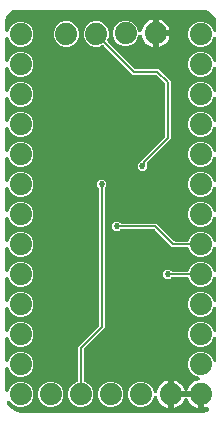
<source format=gbr>
G04 EAGLE Gerber RS-274X export*
G75*
%MOMM*%
%FSLAX34Y34*%
%LPD*%
%INBottom Copper*%
%IPPOS*%
%AMOC8*
5,1,8,0,0,1.08239X$1,22.5*%
G01*
%ADD10C,1.879600*%
%ADD11C,0.525000*%
%ADD12C,0.203200*%

G36*
X167486Y2034D02*
X167486Y2034D01*
X167587Y2046D01*
X167689Y2049D01*
X167785Y2070D01*
X167832Y2076D01*
X167866Y2089D01*
X167928Y2102D01*
X169645Y2637D01*
X169710Y2666D01*
X169778Y2686D01*
X169869Y2737D01*
X169964Y2779D01*
X170021Y2821D01*
X170083Y2856D01*
X170207Y2962D01*
X170242Y2988D01*
X170252Y3000D01*
X170269Y3015D01*
X171623Y4369D01*
X171692Y4455D01*
X171767Y4536D01*
X171800Y4592D01*
X171840Y4642D01*
X171887Y4742D01*
X171942Y4837D01*
X171961Y4899D01*
X171989Y4957D01*
X172012Y5065D01*
X172044Y5170D01*
X172049Y5235D01*
X172062Y5298D01*
X172060Y5408D01*
X172068Y5518D01*
X172057Y5582D01*
X172056Y5646D01*
X172030Y5753D01*
X172012Y5862D01*
X171987Y5922D01*
X171971Y5984D01*
X171921Y6082D01*
X171879Y6184D01*
X171841Y6237D01*
X171812Y6294D01*
X171740Y6378D01*
X171676Y6468D01*
X171628Y6510D01*
X171586Y6560D01*
X171497Y6625D01*
X171415Y6698D01*
X171358Y6728D01*
X171306Y6767D01*
X171205Y6810D01*
X171108Y6862D01*
X171045Y6879D01*
X170986Y6905D01*
X170877Y6924D01*
X170771Y6953D01*
X170706Y6955D01*
X170643Y6967D01*
X170533Y6961D01*
X170423Y6965D01*
X170359Y6952D01*
X170295Y6949D01*
X170189Y6918D01*
X170081Y6897D01*
X170003Y6864D01*
X169960Y6852D01*
X169924Y6832D01*
X169855Y6804D01*
X169683Y6716D01*
X167896Y6135D01*
X167639Y6095D01*
X167639Y16764D01*
X167636Y16790D01*
X167638Y16816D01*
X167616Y16963D01*
X167599Y17110D01*
X167591Y17135D01*
X167587Y17161D01*
X167532Y17298D01*
X167482Y17438D01*
X167468Y17460D01*
X167458Y17485D01*
X167374Y17606D01*
X167293Y17731D01*
X167274Y17749D01*
X167259Y17771D01*
X167149Y17870D01*
X167042Y17973D01*
X167020Y17987D01*
X167000Y18004D01*
X166870Y18076D01*
X166743Y18152D01*
X166718Y18160D01*
X166695Y18173D01*
X166552Y18213D01*
X166411Y18258D01*
X166385Y18260D01*
X166360Y18267D01*
X166116Y18287D01*
X165607Y18287D01*
X165607Y18796D01*
X165605Y18817D01*
X165606Y18835D01*
X165605Y18839D01*
X165606Y18848D01*
X165584Y18995D01*
X165567Y19142D01*
X165558Y19167D01*
X165554Y19193D01*
X165500Y19331D01*
X165450Y19470D01*
X165435Y19492D01*
X165426Y19517D01*
X165341Y19638D01*
X165261Y19763D01*
X165242Y19781D01*
X165227Y19803D01*
X165117Y19902D01*
X165010Y20005D01*
X164987Y20019D01*
X164968Y20036D01*
X164838Y20108D01*
X164711Y20184D01*
X164686Y20192D01*
X164663Y20205D01*
X164520Y20245D01*
X164379Y20290D01*
X164353Y20292D01*
X164328Y20300D01*
X164084Y20319D01*
X142239Y20319D01*
X142239Y29465D01*
X142496Y29425D01*
X144283Y28844D01*
X145957Y27991D01*
X147478Y26886D01*
X148806Y25558D01*
X149911Y24037D01*
X150764Y22363D01*
X150951Y21787D01*
X150970Y21745D01*
X150982Y21701D01*
X151043Y21587D01*
X151096Y21470D01*
X151124Y21434D01*
X151145Y21393D01*
X151230Y21296D01*
X151309Y21194D01*
X151345Y21165D01*
X151375Y21131D01*
X151479Y21056D01*
X151580Y20974D01*
X151621Y20954D01*
X151658Y20927D01*
X151777Y20878D01*
X151893Y20821D01*
X151937Y20811D01*
X151979Y20793D01*
X152107Y20772D01*
X152233Y20743D01*
X152278Y20743D01*
X152323Y20736D01*
X152452Y20744D01*
X152581Y20745D01*
X152625Y20755D01*
X152671Y20758D01*
X152794Y20796D01*
X152920Y20826D01*
X152961Y20846D01*
X153004Y20859D01*
X153116Y20923D01*
X153232Y20981D01*
X153267Y21010D01*
X153306Y21033D01*
X153401Y21121D01*
X153500Y21204D01*
X153528Y21240D01*
X153561Y21271D01*
X153633Y21379D01*
X153711Y21481D01*
X153729Y21523D01*
X153755Y21561D01*
X153849Y21787D01*
X154036Y22363D01*
X154889Y24037D01*
X155994Y25558D01*
X157322Y26886D01*
X158843Y27991D01*
X160517Y28844D01*
X162304Y29425D01*
X162847Y29511D01*
X162949Y29539D01*
X163052Y29558D01*
X163116Y29586D01*
X163183Y29604D01*
X163275Y29655D01*
X163372Y29697D01*
X163428Y29738D01*
X163489Y29772D01*
X163567Y29842D01*
X163652Y29905D01*
X163697Y29958D01*
X163748Y30004D01*
X163809Y30090D01*
X163877Y30171D01*
X163908Y30233D01*
X163948Y30290D01*
X163988Y30387D01*
X164036Y30481D01*
X164052Y30548D01*
X164078Y30613D01*
X164094Y30717D01*
X164120Y30819D01*
X164121Y30889D01*
X164131Y30957D01*
X164123Y31062D01*
X164125Y31168D01*
X164110Y31236D01*
X164105Y31305D01*
X164073Y31405D01*
X164050Y31508D01*
X164021Y31571D01*
X164000Y31637D01*
X163946Y31728D01*
X163901Y31823D01*
X163857Y31877D01*
X163822Y31937D01*
X163749Y32013D01*
X163683Y32095D01*
X163629Y32138D01*
X163581Y32189D01*
X163492Y32246D01*
X163410Y32311D01*
X163327Y32353D01*
X163288Y32379D01*
X163252Y32392D01*
X163192Y32423D01*
X159057Y34136D01*
X156056Y37137D01*
X154431Y41058D01*
X154431Y45302D01*
X156056Y49223D01*
X159057Y52224D01*
X162978Y53849D01*
X167222Y53849D01*
X171143Y52224D01*
X174144Y49223D01*
X175377Y46249D01*
X175401Y46205D01*
X175418Y46157D01*
X175486Y46053D01*
X175546Y45944D01*
X175580Y45907D01*
X175607Y45864D01*
X175697Y45778D01*
X175780Y45686D01*
X175822Y45657D01*
X175858Y45622D01*
X175965Y45558D01*
X176067Y45488D01*
X176114Y45469D01*
X176157Y45443D01*
X176275Y45405D01*
X176391Y45360D01*
X176441Y45352D01*
X176489Y45337D01*
X176613Y45327D01*
X176736Y45309D01*
X176786Y45313D01*
X176836Y45309D01*
X176959Y45327D01*
X177083Y45338D01*
X177131Y45353D01*
X177181Y45361D01*
X177296Y45407D01*
X177415Y45445D01*
X177458Y45471D01*
X177505Y45489D01*
X177607Y45560D01*
X177713Y45625D01*
X177750Y45660D01*
X177791Y45688D01*
X177874Y45781D01*
X177963Y45867D01*
X177991Y45910D01*
X178024Y45947D01*
X178084Y46056D01*
X178152Y46161D01*
X178169Y46208D01*
X178193Y46252D01*
X178227Y46372D01*
X178268Y46489D01*
X178274Y46539D01*
X178288Y46588D01*
X178307Y46831D01*
X178307Y64929D01*
X178302Y64979D01*
X178304Y65029D01*
X178282Y65151D01*
X178267Y65275D01*
X178250Y65322D01*
X178241Y65372D01*
X178192Y65486D01*
X178150Y65603D01*
X178123Y65645D01*
X178103Y65691D01*
X178028Y65791D01*
X177961Y65896D01*
X177925Y65931D01*
X177895Y65971D01*
X177800Y66051D01*
X177710Y66138D01*
X177667Y66164D01*
X177629Y66196D01*
X177518Y66253D01*
X177411Y66317D01*
X177363Y66332D01*
X177318Y66355D01*
X177198Y66385D01*
X177079Y66423D01*
X177029Y66427D01*
X176980Y66439D01*
X176856Y66441D01*
X176732Y66451D01*
X176682Y66443D01*
X176632Y66444D01*
X176510Y66418D01*
X176387Y66399D01*
X176340Y66381D01*
X176291Y66370D01*
X176179Y66316D01*
X176063Y66271D01*
X176022Y66242D01*
X175976Y66220D01*
X175879Y66143D01*
X175777Y66072D01*
X175743Y66034D01*
X175704Y66003D01*
X175627Y65905D01*
X175544Y65813D01*
X175519Y65769D01*
X175488Y65729D01*
X175377Y65511D01*
X174144Y62537D01*
X171143Y59536D01*
X167222Y57911D01*
X162978Y57911D01*
X159057Y59536D01*
X156056Y62537D01*
X154431Y66458D01*
X154431Y70702D01*
X156056Y74623D01*
X159057Y77624D01*
X162978Y79249D01*
X167222Y79249D01*
X171143Y77624D01*
X174144Y74623D01*
X175377Y71649D01*
X175401Y71605D01*
X175418Y71557D01*
X175486Y71453D01*
X175546Y71344D01*
X175580Y71307D01*
X175607Y71264D01*
X175697Y71178D01*
X175780Y71086D01*
X175822Y71057D01*
X175858Y71022D01*
X175965Y70958D01*
X176067Y70888D01*
X176114Y70869D01*
X176157Y70843D01*
X176275Y70805D01*
X176391Y70760D01*
X176441Y70752D01*
X176489Y70737D01*
X176613Y70727D01*
X176736Y70709D01*
X176786Y70713D01*
X176836Y70709D01*
X176959Y70727D01*
X177083Y70738D01*
X177131Y70753D01*
X177181Y70761D01*
X177296Y70807D01*
X177415Y70845D01*
X177458Y70871D01*
X177505Y70889D01*
X177607Y70960D01*
X177713Y71025D01*
X177750Y71060D01*
X177791Y71088D01*
X177874Y71181D01*
X177963Y71267D01*
X177991Y71310D01*
X178024Y71347D01*
X178084Y71456D01*
X178152Y71561D01*
X178169Y71608D01*
X178193Y71652D01*
X178227Y71772D01*
X178268Y71889D01*
X178274Y71939D01*
X178288Y71988D01*
X178307Y72231D01*
X178307Y90329D01*
X178302Y90379D01*
X178304Y90429D01*
X178282Y90551D01*
X178267Y90675D01*
X178250Y90722D01*
X178241Y90772D01*
X178192Y90886D01*
X178150Y91003D01*
X178123Y91045D01*
X178103Y91091D01*
X178028Y91191D01*
X177961Y91296D01*
X177925Y91331D01*
X177895Y91371D01*
X177800Y91451D01*
X177710Y91538D01*
X177667Y91564D01*
X177629Y91596D01*
X177518Y91653D01*
X177411Y91717D01*
X177363Y91732D01*
X177318Y91755D01*
X177198Y91785D01*
X177079Y91823D01*
X177029Y91827D01*
X176980Y91839D01*
X176856Y91841D01*
X176732Y91851D01*
X176682Y91843D01*
X176632Y91844D01*
X176510Y91818D01*
X176387Y91799D01*
X176340Y91781D01*
X176291Y91770D01*
X176179Y91716D01*
X176063Y91671D01*
X176022Y91642D01*
X175976Y91620D01*
X175879Y91543D01*
X175777Y91472D01*
X175743Y91434D01*
X175704Y91403D01*
X175627Y91305D01*
X175544Y91213D01*
X175519Y91169D01*
X175488Y91129D01*
X175377Y90911D01*
X174144Y87937D01*
X171143Y84936D01*
X167222Y83311D01*
X162978Y83311D01*
X159057Y84936D01*
X156056Y87937D01*
X154431Y91858D01*
X154431Y96102D01*
X156056Y100023D01*
X159057Y103024D01*
X162978Y104649D01*
X167222Y104649D01*
X171143Y103024D01*
X174144Y100023D01*
X175377Y97049D01*
X175401Y97005D01*
X175418Y96957D01*
X175486Y96853D01*
X175546Y96744D01*
X175580Y96707D01*
X175607Y96664D01*
X175697Y96578D01*
X175780Y96486D01*
X175822Y96457D01*
X175858Y96422D01*
X175965Y96358D01*
X176067Y96288D01*
X176114Y96269D01*
X176157Y96243D01*
X176275Y96205D01*
X176391Y96160D01*
X176441Y96152D01*
X176489Y96137D01*
X176613Y96127D01*
X176736Y96109D01*
X176786Y96113D01*
X176836Y96109D01*
X176959Y96127D01*
X177083Y96138D01*
X177131Y96153D01*
X177181Y96161D01*
X177296Y96207D01*
X177415Y96245D01*
X177458Y96271D01*
X177505Y96289D01*
X177607Y96360D01*
X177713Y96425D01*
X177750Y96460D01*
X177791Y96488D01*
X177874Y96581D01*
X177963Y96667D01*
X177991Y96710D01*
X178024Y96747D01*
X178084Y96856D01*
X178152Y96961D01*
X178169Y97008D01*
X178193Y97052D01*
X178227Y97172D01*
X178268Y97289D01*
X178274Y97339D01*
X178288Y97388D01*
X178307Y97631D01*
X178307Y115729D01*
X178302Y115779D01*
X178304Y115829D01*
X178282Y115951D01*
X178267Y116075D01*
X178250Y116122D01*
X178241Y116172D01*
X178192Y116286D01*
X178150Y116403D01*
X178123Y116445D01*
X178103Y116491D01*
X178028Y116591D01*
X177961Y116696D01*
X177925Y116731D01*
X177895Y116771D01*
X177800Y116851D01*
X177710Y116938D01*
X177667Y116964D01*
X177629Y116996D01*
X177518Y117053D01*
X177411Y117117D01*
X177363Y117132D01*
X177318Y117155D01*
X177198Y117185D01*
X177079Y117223D01*
X177029Y117227D01*
X176980Y117239D01*
X176856Y117241D01*
X176732Y117251D01*
X176682Y117243D01*
X176632Y117244D01*
X176510Y117218D01*
X176387Y117199D01*
X176340Y117181D01*
X176291Y117170D01*
X176179Y117116D01*
X176063Y117071D01*
X176022Y117042D01*
X175976Y117020D01*
X175879Y116943D01*
X175777Y116872D01*
X175743Y116834D01*
X175704Y116803D01*
X175627Y116705D01*
X175544Y116613D01*
X175519Y116569D01*
X175488Y116529D01*
X175377Y116311D01*
X174144Y113337D01*
X171143Y110336D01*
X167222Y108711D01*
X162978Y108711D01*
X159057Y110336D01*
X156056Y113337D01*
X154889Y116153D01*
X154852Y116220D01*
X154824Y116291D01*
X154767Y116371D01*
X154720Y116458D01*
X154668Y116514D01*
X154625Y116577D01*
X154552Y116643D01*
X154485Y116716D01*
X154423Y116759D01*
X154366Y116810D01*
X154280Y116858D01*
X154199Y116914D01*
X154128Y116942D01*
X154061Y116979D01*
X153966Y117006D01*
X153875Y117042D01*
X153799Y117053D01*
X153725Y117074D01*
X153577Y117086D01*
X153530Y117093D01*
X153511Y117091D01*
X153482Y117093D01*
X141014Y117093D01*
X140888Y117079D01*
X140762Y117072D01*
X140715Y117059D01*
X140667Y117053D01*
X140548Y117011D01*
X140427Y116976D01*
X140385Y116952D01*
X140339Y116936D01*
X140233Y116867D01*
X140123Y116806D01*
X140077Y116766D01*
X140047Y116747D01*
X140013Y116712D01*
X139937Y116647D01*
X138774Y115484D01*
X135546Y115484D01*
X133264Y117766D01*
X133264Y120994D01*
X135546Y123276D01*
X138774Y123276D01*
X139937Y122113D01*
X140036Y122034D01*
X140129Y121950D01*
X140172Y121926D01*
X140210Y121896D01*
X140324Y121842D01*
X140434Y121781D01*
X140481Y121768D01*
X140525Y121747D01*
X140648Y121721D01*
X140770Y121686D01*
X140831Y121681D01*
X140865Y121674D01*
X140913Y121675D01*
X141014Y121667D01*
X153482Y121667D01*
X153557Y121675D01*
X153634Y121674D01*
X153730Y121695D01*
X153828Y121707D01*
X153900Y121732D01*
X153974Y121749D01*
X154063Y121791D01*
X154156Y121824D01*
X154220Y121866D01*
X154289Y121898D01*
X154366Y121960D01*
X154449Y122013D01*
X154502Y122068D01*
X154562Y122116D01*
X154623Y122193D01*
X154691Y122264D01*
X154730Y122329D01*
X154778Y122389D01*
X154846Y122523D01*
X154870Y122563D01*
X154876Y122581D01*
X154889Y122607D01*
X156056Y125423D01*
X159057Y128424D01*
X162978Y130049D01*
X167222Y130049D01*
X171143Y128424D01*
X174144Y125423D01*
X175377Y122449D01*
X175401Y122405D01*
X175418Y122357D01*
X175486Y122253D01*
X175546Y122144D01*
X175580Y122107D01*
X175607Y122064D01*
X175697Y121978D01*
X175780Y121886D01*
X175822Y121857D01*
X175858Y121822D01*
X175965Y121758D01*
X176067Y121688D01*
X176114Y121669D01*
X176157Y121643D01*
X176275Y121605D01*
X176391Y121560D01*
X176441Y121552D01*
X176489Y121537D01*
X176613Y121527D01*
X176736Y121509D01*
X176786Y121513D01*
X176836Y121509D01*
X176959Y121527D01*
X177083Y121538D01*
X177131Y121553D01*
X177181Y121561D01*
X177296Y121607D01*
X177415Y121645D01*
X177458Y121671D01*
X177505Y121689D01*
X177607Y121760D01*
X177713Y121825D01*
X177750Y121860D01*
X177791Y121888D01*
X177874Y121981D01*
X177963Y122067D01*
X177991Y122110D01*
X178024Y122147D01*
X178084Y122256D01*
X178152Y122361D01*
X178169Y122408D01*
X178193Y122452D01*
X178227Y122572D01*
X178268Y122689D01*
X178274Y122739D01*
X178288Y122788D01*
X178307Y123031D01*
X178307Y141129D01*
X178302Y141179D01*
X178304Y141229D01*
X178282Y141351D01*
X178267Y141475D01*
X178250Y141522D01*
X178241Y141572D01*
X178192Y141686D01*
X178150Y141803D01*
X178123Y141845D01*
X178103Y141891D01*
X178028Y141991D01*
X177961Y142096D01*
X177925Y142131D01*
X177895Y142171D01*
X177800Y142251D01*
X177710Y142338D01*
X177667Y142364D01*
X177629Y142396D01*
X177518Y142453D01*
X177411Y142517D01*
X177363Y142532D01*
X177318Y142555D01*
X177198Y142585D01*
X177079Y142623D01*
X177029Y142627D01*
X176980Y142639D01*
X176856Y142641D01*
X176732Y142651D01*
X176682Y142643D01*
X176632Y142644D01*
X176510Y142618D01*
X176387Y142599D01*
X176340Y142581D01*
X176291Y142570D01*
X176179Y142516D01*
X176063Y142471D01*
X176022Y142442D01*
X175976Y142420D01*
X175879Y142343D01*
X175777Y142272D01*
X175743Y142234D01*
X175704Y142203D01*
X175627Y142105D01*
X175544Y142013D01*
X175519Y141969D01*
X175488Y141929D01*
X175377Y141711D01*
X174144Y138737D01*
X171143Y135736D01*
X167222Y134111D01*
X162978Y134111D01*
X159057Y135736D01*
X156056Y138737D01*
X154889Y141553D01*
X154852Y141620D01*
X154824Y141691D01*
X154767Y141771D01*
X154720Y141858D01*
X154668Y141914D01*
X154625Y141977D01*
X154552Y142043D01*
X154485Y142116D01*
X154423Y142159D01*
X154366Y142210D01*
X154280Y142258D01*
X154199Y142314D01*
X154128Y142342D01*
X154061Y142379D01*
X153966Y142406D01*
X153875Y142442D01*
X153799Y142453D01*
X153725Y142474D01*
X153577Y142486D01*
X153530Y142493D01*
X153511Y142491D01*
X153482Y142493D01*
X140883Y142493D01*
X126089Y157287D01*
X125990Y157366D01*
X125896Y157450D01*
X125853Y157474D01*
X125816Y157504D01*
X125701Y157558D01*
X125591Y157619D01*
X125544Y157632D01*
X125501Y157653D01*
X125377Y157679D01*
X125255Y157714D01*
X125195Y157719D01*
X125160Y157726D01*
X125112Y157725D01*
X125012Y157733D01*
X97834Y157733D01*
X97708Y157719D01*
X97582Y157712D01*
X97535Y157699D01*
X97487Y157693D01*
X97368Y157651D01*
X97247Y157616D01*
X97205Y157592D01*
X97159Y157576D01*
X97053Y157507D01*
X96943Y157446D01*
X96897Y157406D01*
X96867Y157387D01*
X96833Y157352D01*
X96757Y157287D01*
X95594Y156124D01*
X92366Y156124D01*
X90084Y158406D01*
X90084Y161634D01*
X92366Y163916D01*
X95594Y163916D01*
X96757Y162753D01*
X96856Y162674D01*
X96949Y162590D01*
X96992Y162566D01*
X97030Y162536D01*
X97144Y162482D01*
X97254Y162421D01*
X97301Y162408D01*
X97345Y162387D01*
X97468Y162361D01*
X97590Y162326D01*
X97651Y162321D01*
X97685Y162314D01*
X97733Y162315D01*
X97834Y162307D01*
X127537Y162307D01*
X142331Y147513D01*
X142430Y147434D01*
X142524Y147350D01*
X142566Y147326D01*
X142604Y147296D01*
X142718Y147242D01*
X142829Y147181D01*
X142875Y147168D01*
X142919Y147147D01*
X143042Y147121D01*
X143164Y147086D01*
X143225Y147081D01*
X143260Y147074D01*
X143308Y147075D01*
X143408Y147067D01*
X153482Y147067D01*
X153557Y147075D01*
X153634Y147074D01*
X153730Y147095D01*
X153828Y147107D01*
X153900Y147132D01*
X153974Y147149D01*
X154063Y147191D01*
X154156Y147224D01*
X154220Y147266D01*
X154289Y147298D01*
X154366Y147360D01*
X154449Y147413D01*
X154502Y147468D01*
X154562Y147516D01*
X154623Y147593D01*
X154691Y147664D01*
X154730Y147729D01*
X154778Y147789D01*
X154846Y147923D01*
X154870Y147963D01*
X154876Y147981D01*
X154889Y148007D01*
X156056Y150823D01*
X159057Y153824D01*
X162978Y155449D01*
X167222Y155449D01*
X171143Y153824D01*
X174144Y150823D01*
X175377Y147849D01*
X175401Y147805D01*
X175418Y147757D01*
X175486Y147653D01*
X175546Y147544D01*
X175580Y147507D01*
X175607Y147464D01*
X175697Y147378D01*
X175780Y147286D01*
X175822Y147257D01*
X175858Y147222D01*
X175965Y147158D01*
X176067Y147088D01*
X176114Y147069D01*
X176157Y147043D01*
X176275Y147005D01*
X176391Y146960D01*
X176441Y146952D01*
X176489Y146937D01*
X176613Y146927D01*
X176736Y146909D01*
X176786Y146913D01*
X176836Y146909D01*
X176959Y146927D01*
X177083Y146938D01*
X177131Y146953D01*
X177181Y146961D01*
X177296Y147007D01*
X177415Y147045D01*
X177458Y147071D01*
X177505Y147089D01*
X177607Y147160D01*
X177713Y147225D01*
X177750Y147260D01*
X177791Y147288D01*
X177874Y147381D01*
X177963Y147467D01*
X177991Y147510D01*
X178024Y147547D01*
X178084Y147656D01*
X178152Y147761D01*
X178169Y147808D01*
X178193Y147852D01*
X178227Y147972D01*
X178268Y148089D01*
X178274Y148139D01*
X178288Y148188D01*
X178307Y148431D01*
X178307Y166529D01*
X178302Y166579D01*
X178304Y166629D01*
X178282Y166751D01*
X178267Y166875D01*
X178250Y166922D01*
X178241Y166972D01*
X178192Y167086D01*
X178150Y167203D01*
X178123Y167245D01*
X178103Y167291D01*
X178028Y167391D01*
X177961Y167496D01*
X177925Y167531D01*
X177895Y167571D01*
X177800Y167651D01*
X177710Y167738D01*
X177667Y167764D01*
X177629Y167796D01*
X177518Y167853D01*
X177411Y167917D01*
X177363Y167932D01*
X177318Y167955D01*
X177198Y167985D01*
X177079Y168023D01*
X177029Y168027D01*
X176980Y168039D01*
X176856Y168041D01*
X176732Y168051D01*
X176682Y168043D01*
X176632Y168044D01*
X176510Y168018D01*
X176387Y167999D01*
X176340Y167981D01*
X176291Y167970D01*
X176179Y167916D01*
X176063Y167871D01*
X176022Y167842D01*
X175976Y167820D01*
X175879Y167743D01*
X175777Y167672D01*
X175743Y167634D01*
X175704Y167603D01*
X175627Y167505D01*
X175544Y167413D01*
X175519Y167369D01*
X175488Y167329D01*
X175377Y167111D01*
X174144Y164137D01*
X171143Y161136D01*
X167222Y159511D01*
X162978Y159511D01*
X159057Y161136D01*
X156056Y164137D01*
X154431Y168058D01*
X154431Y172302D01*
X156056Y176223D01*
X159057Y179224D01*
X162978Y180849D01*
X167222Y180849D01*
X171143Y179224D01*
X174144Y176223D01*
X175377Y173249D01*
X175401Y173205D01*
X175418Y173157D01*
X175486Y173053D01*
X175546Y172944D01*
X175580Y172907D01*
X175607Y172864D01*
X175697Y172778D01*
X175780Y172686D01*
X175822Y172657D01*
X175858Y172622D01*
X175965Y172558D01*
X176067Y172488D01*
X176114Y172469D01*
X176157Y172443D01*
X176275Y172405D01*
X176391Y172360D01*
X176441Y172352D01*
X176489Y172337D01*
X176613Y172327D01*
X176736Y172309D01*
X176786Y172313D01*
X176836Y172309D01*
X176959Y172327D01*
X177083Y172338D01*
X177131Y172353D01*
X177181Y172361D01*
X177296Y172407D01*
X177415Y172445D01*
X177458Y172471D01*
X177505Y172489D01*
X177607Y172560D01*
X177713Y172625D01*
X177750Y172660D01*
X177791Y172688D01*
X177874Y172781D01*
X177963Y172867D01*
X177991Y172910D01*
X178024Y172947D01*
X178084Y173056D01*
X178152Y173161D01*
X178169Y173208D01*
X178193Y173252D01*
X178227Y173372D01*
X178268Y173489D01*
X178274Y173539D01*
X178288Y173588D01*
X178307Y173831D01*
X178307Y191929D01*
X178302Y191979D01*
X178304Y192029D01*
X178282Y192151D01*
X178267Y192275D01*
X178250Y192322D01*
X178241Y192372D01*
X178192Y192486D01*
X178150Y192603D01*
X178123Y192645D01*
X178103Y192691D01*
X178028Y192791D01*
X177961Y192896D01*
X177925Y192931D01*
X177895Y192971D01*
X177800Y193051D01*
X177710Y193138D01*
X177667Y193164D01*
X177629Y193196D01*
X177518Y193253D01*
X177411Y193317D01*
X177363Y193332D01*
X177318Y193355D01*
X177198Y193385D01*
X177079Y193423D01*
X177029Y193427D01*
X176980Y193439D01*
X176856Y193441D01*
X176732Y193451D01*
X176682Y193443D01*
X176632Y193444D01*
X176510Y193418D01*
X176387Y193399D01*
X176340Y193381D01*
X176291Y193370D01*
X176179Y193316D01*
X176063Y193271D01*
X176022Y193242D01*
X175976Y193220D01*
X175879Y193143D01*
X175777Y193072D01*
X175743Y193034D01*
X175704Y193003D01*
X175627Y192905D01*
X175544Y192813D01*
X175519Y192769D01*
X175488Y192729D01*
X175377Y192511D01*
X174144Y189537D01*
X171143Y186536D01*
X167222Y184911D01*
X162978Y184911D01*
X159057Y186536D01*
X156056Y189537D01*
X154431Y193458D01*
X154431Y197702D01*
X156056Y201623D01*
X159057Y204624D01*
X162978Y206249D01*
X167222Y206249D01*
X171143Y204624D01*
X174144Y201623D01*
X175377Y198649D01*
X175401Y198605D01*
X175418Y198557D01*
X175486Y198453D01*
X175546Y198344D01*
X175580Y198307D01*
X175607Y198264D01*
X175697Y198178D01*
X175780Y198086D01*
X175822Y198057D01*
X175858Y198022D01*
X175965Y197958D01*
X176067Y197888D01*
X176114Y197869D01*
X176157Y197843D01*
X176275Y197805D01*
X176391Y197760D01*
X176441Y197752D01*
X176489Y197737D01*
X176613Y197727D01*
X176736Y197709D01*
X176786Y197713D01*
X176836Y197709D01*
X176959Y197727D01*
X177083Y197738D01*
X177131Y197753D01*
X177181Y197761D01*
X177296Y197807D01*
X177415Y197845D01*
X177458Y197871D01*
X177505Y197889D01*
X177607Y197960D01*
X177713Y198025D01*
X177750Y198060D01*
X177791Y198088D01*
X177874Y198181D01*
X177963Y198267D01*
X177991Y198310D01*
X178024Y198347D01*
X178084Y198456D01*
X178152Y198561D01*
X178169Y198608D01*
X178193Y198652D01*
X178227Y198772D01*
X178268Y198889D01*
X178274Y198939D01*
X178288Y198988D01*
X178307Y199231D01*
X178307Y217329D01*
X178302Y217379D01*
X178304Y217429D01*
X178282Y217551D01*
X178267Y217675D01*
X178250Y217722D01*
X178241Y217772D01*
X178192Y217886D01*
X178150Y218003D01*
X178123Y218045D01*
X178103Y218091D01*
X178028Y218191D01*
X177961Y218296D01*
X177925Y218331D01*
X177895Y218371D01*
X177800Y218451D01*
X177710Y218538D01*
X177667Y218564D01*
X177629Y218596D01*
X177518Y218653D01*
X177411Y218717D01*
X177363Y218732D01*
X177318Y218755D01*
X177198Y218785D01*
X177079Y218823D01*
X177029Y218827D01*
X176980Y218839D01*
X176856Y218841D01*
X176732Y218851D01*
X176682Y218843D01*
X176632Y218844D01*
X176510Y218818D01*
X176387Y218799D01*
X176340Y218781D01*
X176291Y218770D01*
X176179Y218716D01*
X176063Y218671D01*
X176022Y218642D01*
X175976Y218620D01*
X175879Y218543D01*
X175777Y218472D01*
X175743Y218434D01*
X175704Y218403D01*
X175627Y218305D01*
X175544Y218213D01*
X175519Y218169D01*
X175488Y218129D01*
X175377Y217911D01*
X174144Y214937D01*
X171143Y211936D01*
X167222Y210311D01*
X162978Y210311D01*
X159057Y211936D01*
X156056Y214937D01*
X154431Y218858D01*
X154431Y223102D01*
X156056Y227023D01*
X159057Y230024D01*
X162978Y231649D01*
X167222Y231649D01*
X171143Y230024D01*
X174144Y227023D01*
X175377Y224049D01*
X175401Y224005D01*
X175418Y223957D01*
X175486Y223853D01*
X175546Y223744D01*
X175580Y223707D01*
X175607Y223664D01*
X175697Y223578D01*
X175780Y223486D01*
X175822Y223457D01*
X175858Y223422D01*
X175965Y223358D01*
X176067Y223288D01*
X176114Y223269D01*
X176157Y223243D01*
X176275Y223205D01*
X176391Y223160D01*
X176441Y223152D01*
X176489Y223137D01*
X176613Y223127D01*
X176736Y223109D01*
X176786Y223113D01*
X176836Y223109D01*
X176959Y223127D01*
X177083Y223138D01*
X177131Y223153D01*
X177181Y223161D01*
X177296Y223207D01*
X177415Y223245D01*
X177458Y223271D01*
X177505Y223289D01*
X177607Y223360D01*
X177713Y223425D01*
X177750Y223460D01*
X177791Y223488D01*
X177874Y223581D01*
X177963Y223667D01*
X177991Y223710D01*
X178024Y223747D01*
X178084Y223856D01*
X178152Y223961D01*
X178169Y224008D01*
X178193Y224052D01*
X178227Y224172D01*
X178268Y224289D01*
X178274Y224339D01*
X178288Y224388D01*
X178307Y224631D01*
X178307Y242729D01*
X178306Y242743D01*
X178306Y242753D01*
X178302Y242783D01*
X178304Y242829D01*
X178282Y242951D01*
X178267Y243075D01*
X178250Y243122D01*
X178241Y243172D01*
X178192Y243286D01*
X178150Y243403D01*
X178123Y243445D01*
X178103Y243491D01*
X178028Y243591D01*
X177961Y243696D01*
X177925Y243731D01*
X177895Y243771D01*
X177800Y243851D01*
X177710Y243938D01*
X177667Y243964D01*
X177629Y243996D01*
X177518Y244053D01*
X177411Y244117D01*
X177363Y244132D01*
X177318Y244155D01*
X177198Y244185D01*
X177079Y244223D01*
X177029Y244227D01*
X176980Y244239D01*
X176856Y244241D01*
X176732Y244251D01*
X176682Y244243D01*
X176632Y244244D01*
X176510Y244218D01*
X176387Y244199D01*
X176340Y244181D01*
X176291Y244170D01*
X176179Y244116D01*
X176063Y244071D01*
X176022Y244042D01*
X175976Y244020D01*
X175879Y243943D01*
X175777Y243872D01*
X175743Y243834D01*
X175704Y243803D01*
X175627Y243705D01*
X175544Y243613D01*
X175519Y243569D01*
X175488Y243529D01*
X175389Y243336D01*
X175384Y243327D01*
X175383Y243324D01*
X175377Y243311D01*
X174144Y240337D01*
X171143Y237336D01*
X167222Y235711D01*
X162978Y235711D01*
X159057Y237336D01*
X156056Y240337D01*
X154431Y244258D01*
X154431Y248502D01*
X156056Y252423D01*
X159057Y255424D01*
X162978Y257049D01*
X167222Y257049D01*
X171143Y255424D01*
X174144Y252423D01*
X175377Y249449D01*
X175401Y249405D01*
X175418Y249357D01*
X175486Y249253D01*
X175546Y249144D01*
X175580Y249107D01*
X175607Y249064D01*
X175697Y248978D01*
X175780Y248886D01*
X175822Y248857D01*
X175858Y248822D01*
X175965Y248758D01*
X176067Y248688D01*
X176114Y248669D01*
X176157Y248643D01*
X176275Y248605D01*
X176391Y248560D01*
X176441Y248552D01*
X176489Y248537D01*
X176613Y248527D01*
X176736Y248509D01*
X176786Y248513D01*
X176836Y248509D01*
X176959Y248527D01*
X177083Y248538D01*
X177131Y248553D01*
X177181Y248561D01*
X177296Y248607D01*
X177415Y248645D01*
X177458Y248671D01*
X177505Y248689D01*
X177607Y248760D01*
X177713Y248825D01*
X177750Y248860D01*
X177791Y248888D01*
X177874Y248981D01*
X177963Y249067D01*
X177991Y249110D01*
X178024Y249147D01*
X178084Y249256D01*
X178152Y249361D01*
X178169Y249408D01*
X178193Y249452D01*
X178227Y249572D01*
X178268Y249689D01*
X178274Y249739D01*
X178288Y249788D01*
X178307Y250031D01*
X178307Y268129D01*
X178302Y268179D01*
X178304Y268229D01*
X178282Y268351D01*
X178267Y268475D01*
X178250Y268522D01*
X178241Y268572D01*
X178192Y268686D01*
X178150Y268803D01*
X178123Y268845D01*
X178103Y268891D01*
X178028Y268991D01*
X177961Y269096D01*
X177925Y269131D01*
X177895Y269171D01*
X177800Y269251D01*
X177710Y269338D01*
X177667Y269364D01*
X177629Y269396D01*
X177518Y269453D01*
X177411Y269517D01*
X177363Y269532D01*
X177318Y269555D01*
X177198Y269585D01*
X177079Y269623D01*
X177029Y269627D01*
X176980Y269639D01*
X176856Y269641D01*
X176732Y269651D01*
X176682Y269643D01*
X176632Y269644D01*
X176510Y269618D01*
X176387Y269599D01*
X176340Y269581D01*
X176291Y269570D01*
X176179Y269516D01*
X176063Y269471D01*
X176022Y269442D01*
X175976Y269420D01*
X175879Y269343D01*
X175777Y269272D01*
X175743Y269234D01*
X175704Y269203D01*
X175627Y269105D01*
X175544Y269013D01*
X175519Y268969D01*
X175488Y268929D01*
X175377Y268711D01*
X174144Y265737D01*
X171143Y262736D01*
X167222Y261111D01*
X162978Y261111D01*
X159057Y262736D01*
X156056Y265737D01*
X154431Y269658D01*
X154431Y273902D01*
X156056Y277823D01*
X159057Y280824D01*
X162978Y282449D01*
X167222Y282449D01*
X171143Y280824D01*
X174144Y277823D01*
X175377Y274849D01*
X175401Y274805D01*
X175418Y274757D01*
X175486Y274653D01*
X175546Y274544D01*
X175580Y274507D01*
X175607Y274464D01*
X175697Y274378D01*
X175780Y274286D01*
X175822Y274257D01*
X175858Y274222D01*
X175965Y274158D01*
X176067Y274088D01*
X176114Y274069D01*
X176157Y274043D01*
X176275Y274005D01*
X176391Y273960D01*
X176441Y273952D01*
X176489Y273937D01*
X176613Y273927D01*
X176736Y273909D01*
X176786Y273913D01*
X176836Y273909D01*
X176959Y273927D01*
X177083Y273938D01*
X177131Y273953D01*
X177181Y273961D01*
X177296Y274007D01*
X177415Y274045D01*
X177458Y274071D01*
X177505Y274089D01*
X177607Y274160D01*
X177713Y274225D01*
X177750Y274260D01*
X177791Y274288D01*
X177874Y274381D01*
X177963Y274467D01*
X177991Y274510D01*
X178024Y274547D01*
X178084Y274656D01*
X178152Y274761D01*
X178169Y274808D01*
X178193Y274852D01*
X178227Y274972D01*
X178268Y275089D01*
X178274Y275139D01*
X178288Y275188D01*
X178307Y275431D01*
X178307Y293529D01*
X178302Y293579D01*
X178304Y293629D01*
X178282Y293751D01*
X178267Y293875D01*
X178250Y293922D01*
X178241Y293972D01*
X178192Y294086D01*
X178150Y294203D01*
X178123Y294245D01*
X178103Y294291D01*
X178028Y294391D01*
X177961Y294496D01*
X177925Y294531D01*
X177895Y294571D01*
X177800Y294651D01*
X177710Y294738D01*
X177667Y294764D01*
X177629Y294796D01*
X177518Y294853D01*
X177411Y294917D01*
X177363Y294932D01*
X177318Y294955D01*
X177198Y294985D01*
X177079Y295023D01*
X177029Y295027D01*
X176980Y295039D01*
X176856Y295041D01*
X176732Y295051D01*
X176682Y295043D01*
X176632Y295044D01*
X176510Y295018D01*
X176387Y294999D01*
X176340Y294981D01*
X176291Y294970D01*
X176179Y294916D01*
X176063Y294871D01*
X176022Y294842D01*
X175976Y294820D01*
X175879Y294743D01*
X175777Y294672D01*
X175743Y294634D01*
X175704Y294603D01*
X175627Y294505D01*
X175544Y294413D01*
X175519Y294369D01*
X175488Y294329D01*
X175377Y294111D01*
X174144Y291137D01*
X171143Y288136D01*
X167222Y286511D01*
X162978Y286511D01*
X159057Y288136D01*
X156056Y291137D01*
X154431Y295058D01*
X154431Y299302D01*
X156056Y303223D01*
X159057Y306224D01*
X162978Y307849D01*
X167222Y307849D01*
X171143Y306224D01*
X174144Y303223D01*
X175377Y300249D01*
X175401Y300205D01*
X175418Y300157D01*
X175486Y300053D01*
X175546Y299944D01*
X175580Y299907D01*
X175607Y299864D01*
X175697Y299778D01*
X175780Y299686D01*
X175822Y299657D01*
X175858Y299622D01*
X175965Y299558D01*
X176067Y299488D01*
X176114Y299469D01*
X176157Y299443D01*
X176275Y299405D01*
X176391Y299360D01*
X176441Y299352D01*
X176489Y299337D01*
X176613Y299327D01*
X176736Y299309D01*
X176786Y299313D01*
X176836Y299309D01*
X176959Y299327D01*
X177083Y299338D01*
X177131Y299353D01*
X177181Y299361D01*
X177296Y299407D01*
X177415Y299445D01*
X177458Y299471D01*
X177505Y299489D01*
X177607Y299560D01*
X177713Y299625D01*
X177750Y299660D01*
X177791Y299688D01*
X177874Y299781D01*
X177963Y299867D01*
X177991Y299910D01*
X178024Y299947D01*
X178084Y300056D01*
X178152Y300161D01*
X178169Y300208D01*
X178193Y300252D01*
X178227Y300372D01*
X178268Y300489D01*
X178274Y300539D01*
X178288Y300588D01*
X178307Y300831D01*
X178307Y318929D01*
X178302Y318979D01*
X178304Y319029D01*
X178282Y319151D01*
X178267Y319275D01*
X178250Y319322D01*
X178241Y319372D01*
X178192Y319486D01*
X178150Y319603D01*
X178123Y319645D01*
X178103Y319691D01*
X178028Y319791D01*
X177961Y319896D01*
X177925Y319931D01*
X177895Y319971D01*
X177800Y320051D01*
X177710Y320138D01*
X177667Y320164D01*
X177629Y320196D01*
X177518Y320253D01*
X177411Y320317D01*
X177363Y320332D01*
X177318Y320355D01*
X177198Y320385D01*
X177079Y320423D01*
X177029Y320427D01*
X176980Y320439D01*
X176856Y320441D01*
X176732Y320451D01*
X176682Y320443D01*
X176632Y320444D01*
X176510Y320418D01*
X176387Y320399D01*
X176340Y320381D01*
X176291Y320370D01*
X176179Y320316D01*
X176063Y320271D01*
X176022Y320242D01*
X175976Y320220D01*
X175879Y320143D01*
X175777Y320072D01*
X175743Y320034D01*
X175704Y320003D01*
X175627Y319905D01*
X175544Y319813D01*
X175519Y319769D01*
X175488Y319729D01*
X175377Y319511D01*
X174144Y316537D01*
X171143Y313536D01*
X167222Y311911D01*
X162978Y311911D01*
X159057Y313536D01*
X156056Y316537D01*
X154431Y320458D01*
X154431Y324702D01*
X156056Y328623D01*
X159057Y331624D01*
X162978Y333249D01*
X167222Y333249D01*
X171143Y331624D01*
X174144Y328623D01*
X175377Y325649D01*
X175401Y325605D01*
X175418Y325557D01*
X175486Y325453D01*
X175546Y325344D01*
X175580Y325307D01*
X175607Y325264D01*
X175697Y325178D01*
X175780Y325086D01*
X175822Y325057D01*
X175858Y325022D01*
X175965Y324958D01*
X176067Y324888D01*
X176114Y324869D01*
X176157Y324843D01*
X176275Y324805D01*
X176391Y324760D01*
X176441Y324752D01*
X176489Y324737D01*
X176613Y324727D01*
X176736Y324709D01*
X176786Y324713D01*
X176836Y324709D01*
X176959Y324727D01*
X177083Y324738D01*
X177131Y324753D01*
X177181Y324761D01*
X177296Y324807D01*
X177415Y324845D01*
X177458Y324871D01*
X177505Y324889D01*
X177607Y324960D01*
X177713Y325025D01*
X177750Y325060D01*
X177791Y325088D01*
X177874Y325181D01*
X177963Y325267D01*
X177991Y325310D01*
X178024Y325347D01*
X178084Y325456D01*
X178152Y325561D01*
X178169Y325608D01*
X178193Y325652D01*
X178227Y325772D01*
X178268Y325889D01*
X178274Y325939D01*
X178288Y325988D01*
X178307Y326231D01*
X178307Y332740D01*
X178302Y332788D01*
X178300Y332889D01*
X178124Y334673D01*
X178103Y334773D01*
X178091Y334874D01*
X178061Y334967D01*
X178051Y335014D01*
X178035Y335047D01*
X178016Y335107D01*
X177536Y336264D01*
X177535Y336266D01*
X177535Y336268D01*
X177502Y336326D01*
X177497Y336339D01*
X177486Y336355D01*
X177451Y336418D01*
X177367Y336568D01*
X177366Y336570D01*
X177365Y336572D01*
X177206Y336758D01*
X171658Y342306D01*
X171656Y342307D01*
X171655Y342309D01*
X171517Y342418D01*
X171385Y342523D01*
X171383Y342524D01*
X171382Y342525D01*
X171164Y342636D01*
X170196Y343037D01*
X170194Y343038D01*
X170192Y343039D01*
X170023Y343087D01*
X169861Y343133D01*
X169859Y343133D01*
X169857Y343134D01*
X169613Y343153D01*
X7191Y343153D01*
X7099Y343143D01*
X7007Y343142D01*
X6894Y343119D01*
X6845Y343113D01*
X6816Y343103D01*
X6767Y343093D01*
X5583Y342750D01*
X5503Y342716D01*
X5420Y342693D01*
X5343Y342649D01*
X5261Y342615D01*
X5191Y342565D01*
X5116Y342522D01*
X5019Y342440D01*
X4979Y342411D01*
X4962Y342391D01*
X4930Y342364D01*
X468Y337902D01*
X411Y337830D01*
X346Y337764D01*
X283Y337669D01*
X252Y337629D01*
X239Y337602D01*
X211Y337560D01*
X-17Y337146D01*
X-56Y337051D01*
X-103Y336961D01*
X-131Y336867D01*
X-149Y336823D01*
X-155Y336787D01*
X-173Y336727D01*
X-474Y335306D01*
X-478Y335269D01*
X-488Y335234D01*
X-507Y334990D01*
X-507Y326231D01*
X-502Y326181D01*
X-504Y326131D01*
X-482Y326009D01*
X-467Y325885D01*
X-450Y325838D01*
X-441Y325788D01*
X-392Y325674D01*
X-350Y325557D01*
X-323Y325515D01*
X-303Y325469D01*
X-228Y325369D01*
X-161Y325264D01*
X-125Y325229D01*
X-95Y325189D01*
X0Y325109D01*
X90Y325022D01*
X133Y324996D01*
X171Y324964D01*
X282Y324907D01*
X389Y324843D01*
X437Y324828D01*
X482Y324805D01*
X602Y324775D01*
X721Y324737D01*
X771Y324733D01*
X820Y324721D01*
X944Y324719D01*
X1068Y324709D01*
X1118Y324716D01*
X1168Y324716D01*
X1290Y324742D01*
X1413Y324761D01*
X1460Y324779D01*
X1509Y324790D01*
X1621Y324843D01*
X1737Y324889D01*
X1778Y324918D01*
X1824Y324940D01*
X1921Y325017D01*
X2023Y325088D01*
X2057Y325126D01*
X2096Y325157D01*
X2173Y325255D01*
X2256Y325347D01*
X2281Y325391D01*
X2312Y325431D01*
X2423Y325648D01*
X3656Y328623D01*
X6657Y331624D01*
X10578Y333249D01*
X14822Y333249D01*
X18743Y331624D01*
X21744Y328623D01*
X23369Y324702D01*
X23369Y320458D01*
X21744Y316537D01*
X18743Y313536D01*
X14822Y311911D01*
X10578Y311911D01*
X6657Y313536D01*
X3656Y316537D01*
X2423Y319512D01*
X2399Y319556D01*
X2382Y319603D01*
X2314Y319707D01*
X2254Y319816D01*
X2220Y319853D01*
X2193Y319896D01*
X2103Y319982D01*
X2020Y320074D01*
X1978Y320103D01*
X1942Y320138D01*
X1835Y320202D01*
X1733Y320272D01*
X1686Y320291D01*
X1643Y320317D01*
X1525Y320355D01*
X1409Y320400D01*
X1359Y320408D01*
X1311Y320423D01*
X1187Y320433D01*
X1064Y320451D01*
X1014Y320447D01*
X964Y320451D01*
X841Y320433D01*
X717Y320422D01*
X669Y320407D01*
X619Y320399D01*
X504Y320353D01*
X385Y320315D01*
X342Y320289D01*
X295Y320271D01*
X193Y320200D01*
X87Y320135D01*
X50Y320100D01*
X9Y320072D01*
X-74Y319979D01*
X-163Y319893D01*
X-191Y319850D01*
X-224Y319813D01*
X-285Y319704D01*
X-352Y319599D01*
X-369Y319552D01*
X-393Y319508D01*
X-427Y319388D01*
X-468Y319271D01*
X-474Y319221D01*
X-488Y319172D01*
X-507Y318929D01*
X-507Y300831D01*
X-502Y300781D01*
X-504Y300731D01*
X-482Y300609D01*
X-467Y300485D01*
X-450Y300438D01*
X-441Y300388D01*
X-392Y300274D01*
X-350Y300157D01*
X-323Y300115D01*
X-303Y300069D01*
X-228Y299969D01*
X-161Y299864D01*
X-125Y299829D01*
X-95Y299789D01*
X0Y299709D01*
X90Y299622D01*
X133Y299596D01*
X171Y299564D01*
X282Y299507D01*
X389Y299443D01*
X437Y299428D01*
X482Y299405D01*
X602Y299375D01*
X721Y299337D01*
X771Y299333D01*
X820Y299321D01*
X944Y299319D01*
X1068Y299309D01*
X1118Y299316D01*
X1168Y299316D01*
X1290Y299342D01*
X1413Y299361D01*
X1460Y299379D01*
X1509Y299390D01*
X1621Y299443D01*
X1737Y299489D01*
X1778Y299518D01*
X1824Y299540D01*
X1921Y299617D01*
X2023Y299688D01*
X2057Y299726D01*
X2096Y299757D01*
X2173Y299855D01*
X2256Y299947D01*
X2281Y299991D01*
X2312Y300031D01*
X2423Y300248D01*
X3656Y303223D01*
X6657Y306224D01*
X10578Y307849D01*
X14822Y307849D01*
X18743Y306224D01*
X21744Y303223D01*
X23369Y299302D01*
X23369Y295058D01*
X21744Y291137D01*
X18743Y288136D01*
X14822Y286511D01*
X10578Y286511D01*
X6657Y288136D01*
X3656Y291137D01*
X2423Y294112D01*
X2399Y294156D01*
X2382Y294203D01*
X2314Y294307D01*
X2254Y294416D01*
X2220Y294453D01*
X2193Y294496D01*
X2103Y294582D01*
X2020Y294674D01*
X1978Y294703D01*
X1942Y294738D01*
X1835Y294802D01*
X1733Y294872D01*
X1686Y294891D01*
X1643Y294917D01*
X1525Y294955D01*
X1409Y295000D01*
X1359Y295008D01*
X1311Y295023D01*
X1187Y295033D01*
X1064Y295051D01*
X1014Y295047D01*
X964Y295051D01*
X841Y295033D01*
X717Y295022D01*
X669Y295007D01*
X619Y294999D01*
X504Y294953D01*
X385Y294915D01*
X342Y294889D01*
X295Y294871D01*
X193Y294800D01*
X87Y294735D01*
X50Y294700D01*
X9Y294672D01*
X-74Y294579D01*
X-163Y294493D01*
X-191Y294450D01*
X-224Y294413D01*
X-285Y294304D01*
X-352Y294199D01*
X-369Y294152D01*
X-393Y294108D01*
X-427Y293988D01*
X-468Y293871D01*
X-474Y293821D01*
X-488Y293772D01*
X-507Y293529D01*
X-507Y275431D01*
X-502Y275381D01*
X-504Y275331D01*
X-482Y275209D01*
X-467Y275085D01*
X-450Y275038D01*
X-441Y274988D01*
X-392Y274874D01*
X-350Y274757D01*
X-323Y274715D01*
X-303Y274669D01*
X-228Y274569D01*
X-161Y274464D01*
X-125Y274429D01*
X-95Y274389D01*
X0Y274309D01*
X90Y274222D01*
X133Y274196D01*
X171Y274164D01*
X282Y274107D01*
X389Y274043D01*
X437Y274028D01*
X482Y274005D01*
X602Y273975D01*
X721Y273937D01*
X771Y273933D01*
X820Y273921D01*
X944Y273919D01*
X1068Y273909D01*
X1118Y273916D01*
X1168Y273916D01*
X1290Y273942D01*
X1413Y273961D01*
X1460Y273979D01*
X1509Y273990D01*
X1621Y274043D01*
X1737Y274089D01*
X1778Y274118D01*
X1824Y274140D01*
X1921Y274217D01*
X2023Y274288D01*
X2057Y274326D01*
X2096Y274357D01*
X2173Y274455D01*
X2256Y274547D01*
X2281Y274591D01*
X2312Y274631D01*
X2423Y274848D01*
X3656Y277823D01*
X6657Y280824D01*
X10578Y282449D01*
X14822Y282449D01*
X18743Y280824D01*
X21744Y277823D01*
X23369Y273902D01*
X23369Y269658D01*
X21744Y265737D01*
X18743Y262736D01*
X14822Y261111D01*
X10578Y261111D01*
X6657Y262736D01*
X3656Y265737D01*
X2423Y268712D01*
X2399Y268756D01*
X2382Y268803D01*
X2314Y268907D01*
X2254Y269016D01*
X2220Y269053D01*
X2193Y269096D01*
X2103Y269182D01*
X2020Y269274D01*
X1978Y269303D01*
X1942Y269338D01*
X1835Y269402D01*
X1733Y269472D01*
X1686Y269491D01*
X1643Y269517D01*
X1525Y269555D01*
X1409Y269600D01*
X1359Y269608D01*
X1311Y269623D01*
X1187Y269633D01*
X1064Y269651D01*
X1014Y269647D01*
X964Y269651D01*
X841Y269633D01*
X717Y269622D01*
X669Y269607D01*
X619Y269599D01*
X504Y269553D01*
X385Y269515D01*
X342Y269489D01*
X295Y269471D01*
X193Y269400D01*
X87Y269335D01*
X50Y269300D01*
X9Y269272D01*
X-74Y269179D01*
X-163Y269093D01*
X-191Y269050D01*
X-224Y269013D01*
X-285Y268904D01*
X-352Y268799D01*
X-369Y268752D01*
X-393Y268708D01*
X-427Y268588D01*
X-468Y268471D01*
X-474Y268421D01*
X-488Y268372D01*
X-507Y268129D01*
X-507Y250031D01*
X-502Y249981D01*
X-504Y249931D01*
X-482Y249809D01*
X-467Y249685D01*
X-450Y249638D01*
X-441Y249588D01*
X-392Y249474D01*
X-350Y249357D01*
X-323Y249315D01*
X-303Y249269D01*
X-228Y249169D01*
X-161Y249064D01*
X-125Y249029D01*
X-95Y248989D01*
X0Y248909D01*
X90Y248822D01*
X133Y248796D01*
X171Y248764D01*
X282Y248707D01*
X389Y248643D01*
X437Y248628D01*
X482Y248605D01*
X602Y248575D01*
X721Y248537D01*
X771Y248533D01*
X820Y248521D01*
X944Y248519D01*
X1068Y248509D01*
X1118Y248516D01*
X1168Y248516D01*
X1290Y248542D01*
X1413Y248561D01*
X1460Y248579D01*
X1509Y248590D01*
X1621Y248643D01*
X1737Y248689D01*
X1778Y248718D01*
X1824Y248740D01*
X1921Y248817D01*
X2023Y248888D01*
X2057Y248926D01*
X2096Y248957D01*
X2173Y249055D01*
X2256Y249147D01*
X2281Y249191D01*
X2312Y249231D01*
X2423Y249448D01*
X3656Y252423D01*
X6657Y255424D01*
X10578Y257049D01*
X14822Y257049D01*
X18743Y255424D01*
X21744Y252423D01*
X23369Y248502D01*
X23369Y244258D01*
X21744Y240337D01*
X18743Y237336D01*
X14822Y235711D01*
X10578Y235711D01*
X6657Y237336D01*
X3656Y240337D01*
X2423Y243312D01*
X2399Y243356D01*
X2382Y243403D01*
X2314Y243507D01*
X2254Y243616D01*
X2220Y243653D01*
X2193Y243696D01*
X2103Y243782D01*
X2020Y243874D01*
X1978Y243903D01*
X1942Y243938D01*
X1835Y244002D01*
X1733Y244072D01*
X1686Y244091D01*
X1643Y244117D01*
X1525Y244155D01*
X1409Y244200D01*
X1359Y244208D01*
X1311Y244223D01*
X1187Y244233D01*
X1064Y244251D01*
X1014Y244247D01*
X964Y244251D01*
X841Y244233D01*
X717Y244222D01*
X669Y244207D01*
X619Y244199D01*
X504Y244153D01*
X385Y244115D01*
X342Y244089D01*
X295Y244071D01*
X193Y244000D01*
X87Y243935D01*
X50Y243900D01*
X9Y243872D01*
X-74Y243779D01*
X-163Y243693D01*
X-191Y243650D01*
X-224Y243613D01*
X-285Y243504D01*
X-352Y243399D01*
X-369Y243352D01*
X-393Y243308D01*
X-427Y243188D01*
X-468Y243071D01*
X-474Y243021D01*
X-488Y242972D01*
X-507Y242729D01*
X-507Y224631D01*
X-502Y224581D01*
X-504Y224531D01*
X-482Y224409D01*
X-467Y224285D01*
X-450Y224238D01*
X-441Y224188D01*
X-392Y224074D01*
X-350Y223957D01*
X-323Y223915D01*
X-303Y223869D01*
X-228Y223769D01*
X-161Y223664D01*
X-125Y223629D01*
X-95Y223589D01*
X0Y223509D01*
X90Y223422D01*
X133Y223396D01*
X171Y223364D01*
X282Y223307D01*
X389Y223243D01*
X437Y223228D01*
X482Y223205D01*
X602Y223175D01*
X721Y223137D01*
X771Y223133D01*
X820Y223121D01*
X944Y223119D01*
X1068Y223109D01*
X1118Y223116D01*
X1168Y223116D01*
X1290Y223142D01*
X1413Y223161D01*
X1460Y223179D01*
X1509Y223190D01*
X1621Y223243D01*
X1737Y223289D01*
X1778Y223318D01*
X1824Y223340D01*
X1921Y223417D01*
X2023Y223488D01*
X2057Y223526D01*
X2096Y223557D01*
X2173Y223655D01*
X2256Y223747D01*
X2281Y223791D01*
X2312Y223831D01*
X2423Y224048D01*
X3656Y227023D01*
X6657Y230024D01*
X10578Y231649D01*
X14822Y231649D01*
X18743Y230024D01*
X21744Y227023D01*
X23369Y223102D01*
X23369Y218858D01*
X21744Y214937D01*
X18743Y211936D01*
X14822Y210311D01*
X10578Y210311D01*
X6657Y211936D01*
X3656Y214937D01*
X2423Y217912D01*
X2399Y217956D01*
X2382Y218003D01*
X2314Y218107D01*
X2254Y218216D01*
X2220Y218253D01*
X2193Y218296D01*
X2103Y218382D01*
X2020Y218474D01*
X1978Y218503D01*
X1942Y218538D01*
X1835Y218602D01*
X1733Y218672D01*
X1686Y218691D01*
X1643Y218717D01*
X1525Y218755D01*
X1409Y218800D01*
X1359Y218808D01*
X1311Y218823D01*
X1187Y218833D01*
X1064Y218851D01*
X1014Y218847D01*
X964Y218851D01*
X841Y218833D01*
X717Y218822D01*
X669Y218807D01*
X619Y218799D01*
X504Y218753D01*
X385Y218715D01*
X342Y218689D01*
X295Y218671D01*
X193Y218600D01*
X87Y218535D01*
X50Y218500D01*
X9Y218472D01*
X-74Y218379D01*
X-163Y218293D01*
X-191Y218250D01*
X-224Y218213D01*
X-285Y218104D01*
X-352Y217999D01*
X-369Y217952D01*
X-393Y217908D01*
X-427Y217788D01*
X-468Y217671D01*
X-474Y217621D01*
X-488Y217572D01*
X-507Y217329D01*
X-507Y199231D01*
X-502Y199181D01*
X-504Y199131D01*
X-482Y199009D01*
X-467Y198885D01*
X-450Y198838D01*
X-441Y198788D01*
X-392Y198674D01*
X-350Y198557D01*
X-323Y198515D01*
X-303Y198469D01*
X-228Y198369D01*
X-161Y198264D01*
X-125Y198229D01*
X-95Y198189D01*
X0Y198109D01*
X90Y198022D01*
X133Y197996D01*
X171Y197964D01*
X282Y197907D01*
X389Y197843D01*
X437Y197828D01*
X482Y197805D01*
X602Y197775D01*
X721Y197737D01*
X771Y197733D01*
X820Y197721D01*
X944Y197719D01*
X1068Y197709D01*
X1118Y197716D01*
X1168Y197716D01*
X1290Y197742D01*
X1413Y197761D01*
X1460Y197779D01*
X1509Y197790D01*
X1621Y197843D01*
X1737Y197889D01*
X1778Y197918D01*
X1824Y197940D01*
X1921Y198017D01*
X2023Y198088D01*
X2057Y198126D01*
X2096Y198157D01*
X2173Y198255D01*
X2256Y198347D01*
X2281Y198391D01*
X2312Y198431D01*
X2423Y198648D01*
X3656Y201623D01*
X6657Y204624D01*
X10578Y206249D01*
X14822Y206249D01*
X18743Y204624D01*
X21744Y201623D01*
X23369Y197702D01*
X23369Y193458D01*
X21744Y189537D01*
X18743Y186536D01*
X14822Y184911D01*
X10578Y184911D01*
X6657Y186536D01*
X3656Y189537D01*
X2423Y192512D01*
X2399Y192556D01*
X2382Y192603D01*
X2314Y192707D01*
X2254Y192816D01*
X2220Y192853D01*
X2193Y192896D01*
X2103Y192982D01*
X2020Y193074D01*
X1978Y193103D01*
X1942Y193138D01*
X1835Y193202D01*
X1733Y193272D01*
X1686Y193291D01*
X1643Y193317D01*
X1525Y193355D01*
X1409Y193400D01*
X1359Y193408D01*
X1311Y193423D01*
X1187Y193433D01*
X1064Y193451D01*
X1014Y193447D01*
X964Y193451D01*
X841Y193433D01*
X717Y193422D01*
X669Y193407D01*
X619Y193399D01*
X504Y193353D01*
X385Y193315D01*
X342Y193289D01*
X295Y193271D01*
X193Y193200D01*
X87Y193135D01*
X50Y193100D01*
X9Y193072D01*
X-74Y192979D01*
X-163Y192893D01*
X-191Y192850D01*
X-224Y192813D01*
X-285Y192704D01*
X-352Y192599D01*
X-369Y192552D01*
X-393Y192508D01*
X-427Y192388D01*
X-468Y192271D01*
X-474Y192221D01*
X-488Y192172D01*
X-507Y191929D01*
X-507Y173831D01*
X-502Y173781D01*
X-504Y173731D01*
X-482Y173609D01*
X-467Y173485D01*
X-450Y173438D01*
X-441Y173388D01*
X-392Y173274D01*
X-350Y173157D01*
X-323Y173115D01*
X-303Y173069D01*
X-228Y172969D01*
X-161Y172864D01*
X-125Y172829D01*
X-95Y172789D01*
X0Y172709D01*
X90Y172622D01*
X133Y172596D01*
X171Y172564D01*
X282Y172507D01*
X389Y172443D01*
X437Y172428D01*
X482Y172405D01*
X602Y172375D01*
X721Y172337D01*
X771Y172333D01*
X820Y172321D01*
X944Y172319D01*
X1068Y172309D01*
X1118Y172316D01*
X1168Y172316D01*
X1290Y172342D01*
X1413Y172361D01*
X1460Y172379D01*
X1509Y172390D01*
X1621Y172443D01*
X1737Y172489D01*
X1778Y172518D01*
X1824Y172540D01*
X1921Y172617D01*
X2023Y172688D01*
X2057Y172726D01*
X2096Y172757D01*
X2173Y172855D01*
X2256Y172947D01*
X2281Y172991D01*
X2312Y173031D01*
X2423Y173248D01*
X3656Y176223D01*
X6657Y179224D01*
X10578Y180849D01*
X14822Y180849D01*
X18743Y179224D01*
X21744Y176223D01*
X23369Y172302D01*
X23369Y168058D01*
X21744Y164137D01*
X18743Y161136D01*
X14822Y159511D01*
X10578Y159511D01*
X6657Y161136D01*
X3656Y164137D01*
X2423Y167112D01*
X2399Y167156D01*
X2382Y167203D01*
X2314Y167307D01*
X2254Y167416D01*
X2220Y167453D01*
X2193Y167496D01*
X2103Y167582D01*
X2020Y167674D01*
X1978Y167703D01*
X1942Y167738D01*
X1835Y167802D01*
X1733Y167872D01*
X1686Y167891D01*
X1643Y167917D01*
X1525Y167955D01*
X1409Y168000D01*
X1359Y168008D01*
X1311Y168023D01*
X1187Y168033D01*
X1064Y168051D01*
X1014Y168047D01*
X964Y168051D01*
X841Y168033D01*
X717Y168022D01*
X669Y168007D01*
X619Y167999D01*
X504Y167953D01*
X385Y167915D01*
X342Y167889D01*
X295Y167871D01*
X193Y167800D01*
X87Y167735D01*
X50Y167700D01*
X9Y167672D01*
X-74Y167579D01*
X-163Y167493D01*
X-191Y167450D01*
X-224Y167413D01*
X-285Y167304D01*
X-352Y167199D01*
X-369Y167152D01*
X-393Y167108D01*
X-427Y166988D01*
X-468Y166871D01*
X-474Y166821D01*
X-488Y166772D01*
X-507Y166529D01*
X-507Y148431D01*
X-502Y148381D01*
X-504Y148331D01*
X-482Y148209D01*
X-467Y148085D01*
X-450Y148038D01*
X-441Y147988D01*
X-392Y147874D01*
X-350Y147757D01*
X-323Y147715D01*
X-303Y147669D01*
X-228Y147569D01*
X-161Y147464D01*
X-125Y147429D01*
X-95Y147389D01*
X0Y147309D01*
X90Y147222D01*
X133Y147196D01*
X171Y147164D01*
X282Y147107D01*
X389Y147043D01*
X437Y147028D01*
X482Y147005D01*
X602Y146975D01*
X721Y146937D01*
X771Y146933D01*
X820Y146921D01*
X944Y146919D01*
X1068Y146909D01*
X1118Y146916D01*
X1168Y146916D01*
X1290Y146942D01*
X1413Y146961D01*
X1460Y146979D01*
X1509Y146990D01*
X1621Y147043D01*
X1737Y147089D01*
X1778Y147118D01*
X1824Y147140D01*
X1921Y147217D01*
X2023Y147288D01*
X2057Y147326D01*
X2096Y147357D01*
X2173Y147455D01*
X2256Y147547D01*
X2281Y147591D01*
X2312Y147631D01*
X2423Y147848D01*
X3656Y150823D01*
X6657Y153824D01*
X10578Y155449D01*
X14822Y155449D01*
X18743Y153824D01*
X21744Y150823D01*
X23369Y146902D01*
X23369Y142658D01*
X21744Y138737D01*
X18743Y135736D01*
X14822Y134111D01*
X10578Y134111D01*
X6657Y135736D01*
X3656Y138737D01*
X2423Y141712D01*
X2399Y141756D01*
X2382Y141803D01*
X2314Y141907D01*
X2254Y142016D01*
X2220Y142053D01*
X2193Y142096D01*
X2103Y142182D01*
X2020Y142274D01*
X1978Y142303D01*
X1942Y142338D01*
X1835Y142402D01*
X1733Y142472D01*
X1686Y142491D01*
X1643Y142517D01*
X1525Y142555D01*
X1409Y142600D01*
X1359Y142608D01*
X1311Y142623D01*
X1187Y142633D01*
X1064Y142651D01*
X1014Y142647D01*
X964Y142651D01*
X841Y142633D01*
X717Y142622D01*
X669Y142607D01*
X619Y142599D01*
X504Y142553D01*
X385Y142515D01*
X342Y142489D01*
X295Y142471D01*
X193Y142400D01*
X87Y142335D01*
X50Y142300D01*
X9Y142272D01*
X-74Y142179D01*
X-163Y142093D01*
X-191Y142050D01*
X-224Y142013D01*
X-285Y141904D01*
X-352Y141799D01*
X-369Y141752D01*
X-393Y141708D01*
X-427Y141588D01*
X-468Y141471D01*
X-474Y141421D01*
X-488Y141372D01*
X-507Y141129D01*
X-507Y123031D01*
X-502Y122981D01*
X-504Y122931D01*
X-482Y122809D01*
X-467Y122685D01*
X-450Y122638D01*
X-441Y122588D01*
X-392Y122474D01*
X-350Y122357D01*
X-323Y122315D01*
X-303Y122269D01*
X-228Y122169D01*
X-161Y122064D01*
X-125Y122029D01*
X-95Y121989D01*
X0Y121909D01*
X90Y121822D01*
X133Y121796D01*
X171Y121764D01*
X282Y121707D01*
X389Y121643D01*
X437Y121628D01*
X482Y121605D01*
X602Y121575D01*
X721Y121537D01*
X771Y121533D01*
X820Y121521D01*
X944Y121519D01*
X1068Y121509D01*
X1118Y121517D01*
X1168Y121516D01*
X1290Y121542D01*
X1413Y121561D01*
X1460Y121579D01*
X1509Y121590D01*
X1621Y121644D01*
X1737Y121689D01*
X1778Y121718D01*
X1824Y121740D01*
X1921Y121817D01*
X2023Y121888D01*
X2057Y121926D01*
X2096Y121957D01*
X2173Y122055D01*
X2256Y122147D01*
X2281Y122191D01*
X2312Y122231D01*
X2423Y122449D01*
X3656Y125423D01*
X6657Y128424D01*
X10578Y130049D01*
X14822Y130049D01*
X18743Y128424D01*
X21744Y125423D01*
X23369Y121502D01*
X23369Y117258D01*
X21744Y113337D01*
X18743Y110336D01*
X14822Y108711D01*
X10578Y108711D01*
X6657Y110336D01*
X3656Y113337D01*
X2423Y116311D01*
X2399Y116355D01*
X2382Y116403D01*
X2314Y116507D01*
X2254Y116616D01*
X2220Y116653D01*
X2193Y116696D01*
X2103Y116782D01*
X2020Y116874D01*
X1978Y116903D01*
X1942Y116938D01*
X1835Y117002D01*
X1733Y117072D01*
X1686Y117091D01*
X1643Y117117D01*
X1525Y117155D01*
X1409Y117200D01*
X1359Y117208D01*
X1311Y117223D01*
X1187Y117233D01*
X1064Y117251D01*
X1014Y117247D01*
X964Y117251D01*
X841Y117233D01*
X717Y117222D01*
X669Y117207D01*
X619Y117199D01*
X504Y117153D01*
X385Y117115D01*
X342Y117089D01*
X295Y117071D01*
X193Y117000D01*
X87Y116935D01*
X50Y116900D01*
X9Y116872D01*
X-74Y116779D01*
X-163Y116693D01*
X-191Y116650D01*
X-224Y116613D01*
X-285Y116504D01*
X-352Y116399D01*
X-369Y116352D01*
X-393Y116308D01*
X-427Y116188D01*
X-468Y116071D01*
X-474Y116021D01*
X-488Y115972D01*
X-507Y115729D01*
X-507Y97631D01*
X-502Y97581D01*
X-504Y97531D01*
X-482Y97409D01*
X-467Y97285D01*
X-450Y97238D01*
X-441Y97188D01*
X-392Y97074D01*
X-350Y96957D01*
X-323Y96915D01*
X-303Y96869D01*
X-228Y96769D01*
X-161Y96664D01*
X-125Y96629D01*
X-95Y96589D01*
X0Y96509D01*
X90Y96422D01*
X133Y96396D01*
X171Y96364D01*
X282Y96307D01*
X389Y96243D01*
X437Y96228D01*
X482Y96205D01*
X602Y96175D01*
X721Y96137D01*
X771Y96133D01*
X820Y96121D01*
X944Y96119D01*
X1068Y96109D01*
X1118Y96117D01*
X1168Y96116D01*
X1290Y96142D01*
X1413Y96161D01*
X1460Y96179D01*
X1509Y96190D01*
X1621Y96244D01*
X1737Y96289D01*
X1778Y96318D01*
X1824Y96340D01*
X1921Y96417D01*
X2023Y96488D01*
X2057Y96526D01*
X2096Y96557D01*
X2173Y96655D01*
X2256Y96747D01*
X2281Y96791D01*
X2312Y96831D01*
X2423Y97049D01*
X3656Y100023D01*
X6657Y103024D01*
X10578Y104649D01*
X14822Y104649D01*
X18743Y103024D01*
X21744Y100023D01*
X23369Y96102D01*
X23369Y91858D01*
X21744Y87937D01*
X18743Y84936D01*
X14822Y83311D01*
X10578Y83311D01*
X6657Y84936D01*
X3656Y87937D01*
X2423Y90911D01*
X2399Y90955D01*
X2382Y91003D01*
X2314Y91107D01*
X2254Y91216D01*
X2220Y91253D01*
X2193Y91296D01*
X2103Y91382D01*
X2020Y91474D01*
X1978Y91503D01*
X1942Y91538D01*
X1835Y91602D01*
X1733Y91672D01*
X1686Y91691D01*
X1643Y91717D01*
X1525Y91755D01*
X1409Y91800D01*
X1359Y91808D01*
X1311Y91823D01*
X1187Y91833D01*
X1064Y91851D01*
X1014Y91847D01*
X964Y91851D01*
X841Y91833D01*
X717Y91822D01*
X669Y91807D01*
X619Y91799D01*
X504Y91753D01*
X385Y91715D01*
X342Y91689D01*
X295Y91671D01*
X193Y91600D01*
X87Y91535D01*
X50Y91500D01*
X9Y91472D01*
X-74Y91379D01*
X-163Y91293D01*
X-191Y91250D01*
X-224Y91213D01*
X-285Y91104D01*
X-352Y90999D01*
X-369Y90952D01*
X-393Y90908D01*
X-427Y90788D01*
X-468Y90671D01*
X-474Y90621D01*
X-488Y90572D01*
X-507Y90329D01*
X-507Y72231D01*
X-502Y72181D01*
X-504Y72131D01*
X-482Y72009D01*
X-467Y71885D01*
X-450Y71838D01*
X-441Y71788D01*
X-392Y71674D01*
X-350Y71557D01*
X-323Y71515D01*
X-303Y71469D01*
X-228Y71369D01*
X-161Y71264D01*
X-125Y71229D01*
X-95Y71189D01*
X0Y71109D01*
X90Y71022D01*
X133Y70996D01*
X171Y70964D01*
X282Y70907D01*
X389Y70843D01*
X437Y70828D01*
X482Y70805D01*
X602Y70775D01*
X721Y70737D01*
X771Y70733D01*
X820Y70721D01*
X944Y70719D01*
X1068Y70709D01*
X1118Y70717D01*
X1168Y70716D01*
X1290Y70742D01*
X1413Y70761D01*
X1460Y70779D01*
X1509Y70790D01*
X1621Y70844D01*
X1737Y70889D01*
X1778Y70918D01*
X1824Y70940D01*
X1921Y71017D01*
X2023Y71088D01*
X2057Y71126D01*
X2096Y71157D01*
X2173Y71255D01*
X2256Y71347D01*
X2281Y71391D01*
X2312Y71431D01*
X2423Y71649D01*
X3656Y74623D01*
X6657Y77624D01*
X10578Y79249D01*
X14822Y79249D01*
X18743Y77624D01*
X21744Y74623D01*
X23369Y70702D01*
X23369Y66458D01*
X21744Y62537D01*
X18743Y59536D01*
X14822Y57911D01*
X10578Y57911D01*
X6657Y59536D01*
X3656Y62537D01*
X2423Y65511D01*
X2399Y65555D01*
X2382Y65603D01*
X2314Y65707D01*
X2254Y65816D01*
X2220Y65853D01*
X2193Y65896D01*
X2103Y65982D01*
X2020Y66074D01*
X1978Y66103D01*
X1942Y66138D01*
X1835Y66202D01*
X1733Y66272D01*
X1686Y66291D01*
X1643Y66317D01*
X1525Y66355D01*
X1409Y66400D01*
X1359Y66408D01*
X1311Y66423D01*
X1187Y66433D01*
X1064Y66451D01*
X1014Y66447D01*
X964Y66451D01*
X841Y66433D01*
X717Y66422D01*
X669Y66407D01*
X619Y66399D01*
X504Y66353D01*
X385Y66315D01*
X342Y66289D01*
X295Y66271D01*
X193Y66200D01*
X87Y66135D01*
X50Y66100D01*
X9Y66072D01*
X-74Y65979D01*
X-163Y65893D01*
X-191Y65850D01*
X-224Y65813D01*
X-285Y65704D01*
X-352Y65599D01*
X-369Y65552D01*
X-393Y65508D01*
X-427Y65388D01*
X-468Y65271D01*
X-474Y65221D01*
X-488Y65172D01*
X-507Y64929D01*
X-507Y46831D01*
X-502Y46781D01*
X-504Y46731D01*
X-482Y46609D01*
X-467Y46485D01*
X-450Y46438D01*
X-441Y46388D01*
X-392Y46274D01*
X-350Y46157D01*
X-323Y46115D01*
X-303Y46069D01*
X-228Y45969D01*
X-161Y45864D01*
X-125Y45829D01*
X-95Y45789D01*
X0Y45709D01*
X90Y45622D01*
X133Y45596D01*
X171Y45564D01*
X282Y45507D01*
X389Y45443D01*
X437Y45428D01*
X482Y45405D01*
X602Y45375D01*
X721Y45337D01*
X771Y45333D01*
X820Y45321D01*
X944Y45319D01*
X1068Y45309D01*
X1118Y45317D01*
X1168Y45316D01*
X1290Y45342D01*
X1413Y45361D01*
X1460Y45379D01*
X1509Y45390D01*
X1621Y45444D01*
X1737Y45489D01*
X1778Y45518D01*
X1824Y45540D01*
X1921Y45617D01*
X2023Y45688D01*
X2057Y45726D01*
X2096Y45757D01*
X2173Y45855D01*
X2256Y45947D01*
X2281Y45991D01*
X2312Y46031D01*
X2423Y46249D01*
X3656Y49223D01*
X6657Y52224D01*
X10578Y53849D01*
X14822Y53849D01*
X18743Y52224D01*
X21744Y49223D01*
X23369Y45302D01*
X23369Y41058D01*
X21744Y37137D01*
X18743Y34136D01*
X14822Y32511D01*
X10578Y32511D01*
X6657Y34136D01*
X3656Y37137D01*
X2423Y40111D01*
X2399Y40155D01*
X2382Y40203D01*
X2314Y40307D01*
X2254Y40416D01*
X2220Y40453D01*
X2193Y40496D01*
X2103Y40582D01*
X2020Y40674D01*
X1978Y40703D01*
X1942Y40738D01*
X1835Y40802D01*
X1733Y40872D01*
X1686Y40891D01*
X1643Y40917D01*
X1525Y40955D01*
X1409Y41000D01*
X1359Y41008D01*
X1311Y41023D01*
X1187Y41033D01*
X1064Y41051D01*
X1014Y41047D01*
X964Y41051D01*
X841Y41033D01*
X717Y41022D01*
X669Y41007D01*
X619Y40999D01*
X504Y40953D01*
X385Y40915D01*
X342Y40889D01*
X295Y40871D01*
X193Y40800D01*
X87Y40735D01*
X50Y40700D01*
X9Y40672D01*
X-74Y40579D01*
X-163Y40493D01*
X-191Y40450D01*
X-224Y40413D01*
X-285Y40304D01*
X-352Y40199D01*
X-369Y40152D01*
X-393Y40108D01*
X-427Y39988D01*
X-468Y39871D01*
X-474Y39821D01*
X-488Y39772D01*
X-507Y39529D01*
X-507Y21431D01*
X-502Y21381D01*
X-504Y21331D01*
X-482Y21209D01*
X-467Y21085D01*
X-450Y21038D01*
X-441Y20988D01*
X-392Y20874D01*
X-350Y20757D01*
X-323Y20715D01*
X-303Y20669D01*
X-228Y20569D01*
X-161Y20464D01*
X-125Y20429D01*
X-95Y20389D01*
X0Y20309D01*
X90Y20222D01*
X133Y20196D01*
X171Y20164D01*
X282Y20107D01*
X389Y20043D01*
X437Y20028D01*
X482Y20005D01*
X602Y19975D01*
X721Y19937D01*
X771Y19933D01*
X820Y19921D01*
X944Y19919D01*
X1068Y19909D01*
X1118Y19917D01*
X1168Y19916D01*
X1290Y19942D01*
X1413Y19961D01*
X1460Y19979D01*
X1509Y19990D01*
X1621Y20044D01*
X1737Y20089D01*
X1778Y20118D01*
X1824Y20140D01*
X1921Y20217D01*
X2023Y20288D01*
X2057Y20326D01*
X2096Y20357D01*
X2173Y20455D01*
X2256Y20547D01*
X2281Y20591D01*
X2312Y20631D01*
X2423Y20849D01*
X3656Y23823D01*
X6657Y26824D01*
X10578Y28449D01*
X14822Y28449D01*
X18743Y26824D01*
X21744Y23823D01*
X23369Y19902D01*
X23369Y15658D01*
X21744Y11737D01*
X18743Y8736D01*
X14822Y7111D01*
X10578Y7111D01*
X6657Y8736D01*
X3488Y11905D01*
X3358Y12008D01*
X3229Y12112D01*
X3221Y12116D01*
X3215Y12121D01*
X3065Y12192D01*
X2915Y12265D01*
X2907Y12267D01*
X2899Y12270D01*
X2738Y12305D01*
X2575Y12342D01*
X2567Y12342D01*
X2559Y12343D01*
X2394Y12341D01*
X2227Y12340D01*
X2219Y12338D01*
X2210Y12337D01*
X2050Y12297D01*
X1888Y12258D01*
X1880Y12255D01*
X1872Y12252D01*
X1724Y12176D01*
X1576Y12102D01*
X1570Y12097D01*
X1563Y12093D01*
X1435Y11985D01*
X1308Y11879D01*
X1303Y11872D01*
X1297Y11867D01*
X1198Y11733D01*
X1098Y11601D01*
X1095Y11593D01*
X1090Y11587D01*
X1024Y11435D01*
X957Y11283D01*
X955Y11274D01*
X952Y11267D01*
X922Y11103D01*
X891Y10940D01*
X892Y10932D01*
X890Y10924D01*
X899Y10757D01*
X906Y10592D01*
X908Y10582D01*
X908Y10576D01*
X916Y10550D01*
X963Y10354D01*
X1189Y9663D01*
X1189Y9661D01*
X1190Y9659D01*
X1262Y9503D01*
X1334Y9347D01*
X1335Y9345D01*
X1336Y9343D01*
X1480Y9145D01*
X4782Y5293D01*
X4783Y5292D01*
X4784Y5290D01*
X4916Y5169D01*
X5037Y5056D01*
X5039Y5055D01*
X5040Y5054D01*
X5249Y4926D01*
X9774Y2631D01*
X9869Y2595D01*
X9961Y2551D01*
X10055Y2526D01*
X10100Y2510D01*
X10137Y2505D01*
X10198Y2489D01*
X12648Y2056D01*
X12659Y2055D01*
X12670Y2052D01*
X12913Y2033D01*
X163813Y2033D01*
X163870Y2039D01*
X163927Y2037D01*
X164042Y2059D01*
X164159Y2073D01*
X164213Y2092D01*
X164270Y2103D01*
X164295Y2114D01*
X165123Y2039D01*
X165170Y2040D01*
X165261Y2033D01*
X166509Y2033D01*
X166590Y2027D01*
X167486Y2034D01*
G37*
%LPC*%
G36*
X61378Y7111D02*
X61378Y7111D01*
X57457Y8736D01*
X54456Y11737D01*
X52831Y15658D01*
X52831Y19902D01*
X54456Y23823D01*
X57457Y26824D01*
X60273Y27991D01*
X60340Y28028D01*
X60411Y28056D01*
X60491Y28113D01*
X60578Y28160D01*
X60634Y28212D01*
X60697Y28255D01*
X60763Y28328D01*
X60836Y28395D01*
X60879Y28457D01*
X60930Y28514D01*
X60978Y28600D01*
X61034Y28681D01*
X61062Y28752D01*
X61099Y28819D01*
X61126Y28914D01*
X61162Y29005D01*
X61173Y29081D01*
X61194Y29155D01*
X61206Y29303D01*
X61213Y29350D01*
X61211Y29369D01*
X61213Y29398D01*
X61213Y58097D01*
X62999Y59883D01*
X78547Y75431D01*
X78626Y75530D01*
X78710Y75624D01*
X78734Y75666D01*
X78764Y75704D01*
X78818Y75818D01*
X78879Y75929D01*
X78892Y75975D01*
X78913Y76019D01*
X78939Y76143D01*
X78974Y76264D01*
X78979Y76325D01*
X78986Y76360D01*
X78985Y76408D01*
X78993Y76508D01*
X78993Y191726D01*
X78979Y191852D01*
X78972Y191978D01*
X78959Y192025D01*
X78953Y192073D01*
X78911Y192192D01*
X78876Y192313D01*
X78852Y192355D01*
X78836Y192401D01*
X78767Y192507D01*
X78706Y192617D01*
X78666Y192663D01*
X78647Y192693D01*
X78612Y192727D01*
X78547Y192803D01*
X77384Y193966D01*
X77384Y197194D01*
X79666Y199476D01*
X82894Y199476D01*
X85176Y197194D01*
X85176Y193966D01*
X84013Y192803D01*
X83934Y192704D01*
X83850Y192611D01*
X83826Y192568D01*
X83796Y192530D01*
X83742Y192416D01*
X83681Y192306D01*
X83668Y192259D01*
X83647Y192215D01*
X83621Y192092D01*
X83586Y191970D01*
X83581Y191909D01*
X83574Y191875D01*
X83575Y191827D01*
X83567Y191726D01*
X83567Y73983D01*
X81781Y72197D01*
X66233Y56649D01*
X66154Y56550D01*
X66070Y56456D01*
X66046Y56414D01*
X66016Y56376D01*
X65962Y56262D01*
X65901Y56151D01*
X65888Y56104D01*
X65867Y56061D01*
X65841Y55937D01*
X65806Y55816D01*
X65801Y55755D01*
X65794Y55720D01*
X65795Y55672D01*
X65787Y55572D01*
X65787Y29398D01*
X65795Y29323D01*
X65794Y29246D01*
X65815Y29150D01*
X65827Y29052D01*
X65852Y28980D01*
X65869Y28906D01*
X65911Y28817D01*
X65944Y28724D01*
X65986Y28660D01*
X66018Y28591D01*
X66080Y28514D01*
X66133Y28431D01*
X66188Y28378D01*
X66236Y28318D01*
X66313Y28257D01*
X66384Y28189D01*
X66449Y28150D01*
X66509Y28102D01*
X66643Y28034D01*
X66683Y28010D01*
X66701Y28004D01*
X66727Y27991D01*
X69543Y26824D01*
X72544Y23823D01*
X74169Y19902D01*
X74169Y15658D01*
X72544Y11737D01*
X69543Y8736D01*
X65622Y7111D01*
X61378Y7111D01*
G37*
%LPD*%
%LPC*%
G36*
X113956Y206924D02*
X113956Y206924D01*
X111674Y209206D01*
X111674Y212434D01*
X114107Y214867D01*
X114186Y214966D01*
X114270Y215059D01*
X114294Y215102D01*
X114324Y215140D01*
X114378Y215254D01*
X114439Y215364D01*
X114452Y215411D01*
X114473Y215455D01*
X114484Y215508D01*
X134427Y235451D01*
X134506Y235550D01*
X134590Y235644D01*
X134614Y235686D01*
X134644Y235724D01*
X134698Y235838D01*
X134759Y235949D01*
X134772Y235996D01*
X134793Y236039D01*
X134819Y236163D01*
X134854Y236284D01*
X134859Y236345D01*
X134866Y236380D01*
X134865Y236428D01*
X134873Y236528D01*
X134873Y280362D01*
X134859Y280487D01*
X134852Y280614D01*
X134839Y280660D01*
X134833Y280708D01*
X134791Y280827D01*
X134756Y280948D01*
X134732Y280991D01*
X134716Y281036D01*
X134647Y281142D01*
X134586Y281253D01*
X134546Y281299D01*
X134527Y281329D01*
X134492Y281362D01*
X134427Y281439D01*
X127769Y288097D01*
X127670Y288176D01*
X127576Y288260D01*
X127534Y288284D01*
X127496Y288314D01*
X127382Y288368D01*
X127271Y288429D01*
X127224Y288442D01*
X127181Y288463D01*
X127057Y288489D01*
X126936Y288524D01*
X126875Y288529D01*
X126840Y288536D01*
X126792Y288535D01*
X126692Y288543D01*
X107511Y288543D01*
X83052Y313002D01*
X82993Y313049D01*
X82939Y313104D01*
X82857Y313157D01*
X82779Y313218D01*
X82710Y313251D01*
X82646Y313292D01*
X82553Y313325D01*
X82464Y313367D01*
X82390Y313383D01*
X82318Y313409D01*
X82220Y313420D01*
X82124Y313441D01*
X82047Y313439D01*
X81971Y313448D01*
X81873Y313436D01*
X81775Y313435D01*
X81701Y313416D01*
X81625Y313407D01*
X81483Y313361D01*
X81437Y313350D01*
X81420Y313341D01*
X81392Y313332D01*
X78576Y312165D01*
X74332Y312165D01*
X70411Y313790D01*
X67410Y316791D01*
X65785Y320712D01*
X65785Y324956D01*
X67410Y328877D01*
X70411Y331878D01*
X74332Y333503D01*
X78576Y333503D01*
X82497Y331878D01*
X85498Y328877D01*
X87123Y324956D01*
X87123Y320712D01*
X85956Y317896D01*
X85935Y317822D01*
X85905Y317752D01*
X85889Y317661D01*
X85880Y317635D01*
X85880Y317628D01*
X85861Y317560D01*
X85857Y317484D01*
X85843Y317409D01*
X85848Y317311D01*
X85844Y317212D01*
X85857Y317137D01*
X85861Y317061D01*
X85888Y316966D01*
X85906Y316870D01*
X85937Y316799D01*
X85958Y316726D01*
X86006Y316640D01*
X86045Y316550D01*
X86091Y316489D01*
X86128Y316422D01*
X86225Y316308D01*
X86253Y316270D01*
X86267Y316258D01*
X86286Y316236D01*
X108959Y293563D01*
X109058Y293484D01*
X109152Y293400D01*
X109194Y293376D01*
X109232Y293346D01*
X109346Y293292D01*
X109457Y293231D01*
X109504Y293218D01*
X109547Y293197D01*
X109671Y293171D01*
X109792Y293136D01*
X109853Y293131D01*
X109888Y293124D01*
X109936Y293125D01*
X110036Y293117D01*
X129217Y293117D01*
X139447Y282887D01*
X139447Y234003D01*
X137661Y232217D01*
X119749Y214305D01*
X119732Y214284D01*
X119712Y214267D01*
X119624Y214148D01*
X119532Y214032D01*
X119521Y214008D01*
X119505Y213987D01*
X119446Y213851D01*
X119383Y213717D01*
X119378Y213691D01*
X119367Y213667D01*
X119341Y213520D01*
X119310Y213376D01*
X119310Y213350D01*
X119306Y213324D01*
X119313Y213175D01*
X119316Y213028D01*
X119322Y213002D01*
X119324Y212976D01*
X119365Y212833D01*
X119401Y212690D01*
X119413Y212666D01*
X119420Y212641D01*
X119466Y212559D01*
X119466Y209206D01*
X117184Y206924D01*
X113956Y206924D01*
G37*
%LPD*%
%LPC*%
G36*
X123950Y311697D02*
X123950Y311697D01*
X122163Y312278D01*
X120489Y313131D01*
X118968Y314236D01*
X117640Y315564D01*
X116535Y317085D01*
X115682Y318759D01*
X115101Y320546D01*
X115015Y321089D01*
X114987Y321191D01*
X114968Y321294D01*
X114940Y321358D01*
X114922Y321425D01*
X114871Y321517D01*
X114829Y321614D01*
X114788Y321670D01*
X114754Y321731D01*
X114684Y321809D01*
X114621Y321894D01*
X114568Y321939D01*
X114522Y321990D01*
X114436Y322051D01*
X114355Y322119D01*
X114293Y322150D01*
X114236Y322190D01*
X114139Y322230D01*
X114045Y322278D01*
X113978Y322294D01*
X113913Y322320D01*
X113809Y322336D01*
X113707Y322362D01*
X113637Y322363D01*
X113569Y322373D01*
X113464Y322365D01*
X113358Y322367D01*
X113290Y322352D01*
X113221Y322347D01*
X113121Y322315D01*
X113018Y322292D01*
X112955Y322263D01*
X112889Y322242D01*
X112798Y322188D01*
X112703Y322143D01*
X112649Y322099D01*
X112589Y322064D01*
X112513Y321991D01*
X112431Y321925D01*
X112388Y321871D01*
X112337Y321823D01*
X112280Y321734D01*
X112215Y321652D01*
X112173Y321569D01*
X112147Y321530D01*
X112134Y321494D01*
X112103Y321434D01*
X110390Y317299D01*
X107389Y314298D01*
X103468Y312673D01*
X99224Y312673D01*
X95303Y314298D01*
X92302Y317299D01*
X90677Y321220D01*
X90677Y325464D01*
X92302Y329385D01*
X95303Y332386D01*
X99224Y334011D01*
X103468Y334011D01*
X107389Y332386D01*
X110390Y329385D01*
X112103Y325250D01*
X112155Y325158D01*
X112197Y325062D01*
X112239Y325006D01*
X112273Y324945D01*
X112344Y324867D01*
X112407Y324783D01*
X112460Y324739D01*
X112507Y324687D01*
X112593Y324627D01*
X112674Y324560D01*
X112736Y324529D01*
X112794Y324489D01*
X112891Y324450D01*
X112985Y324403D01*
X113053Y324387D01*
X113118Y324361D01*
X113222Y324346D01*
X113324Y324321D01*
X113394Y324321D01*
X113463Y324310D01*
X113568Y324319D01*
X113673Y324318D01*
X113741Y324334D01*
X113810Y324339D01*
X113910Y324372D01*
X114013Y324395D01*
X114075Y324425D01*
X114142Y324446D01*
X114232Y324501D01*
X114326Y324546D01*
X114381Y324590D01*
X114440Y324626D01*
X114516Y324699D01*
X114597Y324766D01*
X114640Y324820D01*
X114690Y324869D01*
X114747Y324957D01*
X114812Y325041D01*
X114841Y325104D01*
X114878Y325162D01*
X114914Y325262D01*
X114958Y325357D01*
X114979Y325447D01*
X114995Y325491D01*
X114999Y325529D01*
X115015Y325595D01*
X115101Y326138D01*
X115682Y327925D01*
X116535Y329599D01*
X117640Y331120D01*
X118968Y332448D01*
X120489Y333553D01*
X122163Y334406D01*
X123950Y334987D01*
X124207Y335027D01*
X124207Y324358D01*
X124210Y324332D01*
X124208Y324306D01*
X124230Y324159D01*
X124247Y324012D01*
X124255Y323987D01*
X124259Y323961D01*
X124314Y323824D01*
X124364Y323684D01*
X124378Y323662D01*
X124388Y323637D01*
X124473Y323516D01*
X124553Y323391D01*
X124572Y323373D01*
X124587Y323351D01*
X124603Y323337D01*
X124521Y323252D01*
X124507Y323229D01*
X124490Y323210D01*
X124418Y323080D01*
X124342Y322953D01*
X124334Y322928D01*
X124321Y322905D01*
X124281Y322762D01*
X124236Y322621D01*
X124233Y322595D01*
X124226Y322570D01*
X124207Y322326D01*
X124207Y311657D01*
X123950Y311697D01*
G37*
%LPD*%
%LPC*%
G36*
X136904Y6135D02*
X136904Y6135D01*
X135117Y6716D01*
X133443Y7569D01*
X131922Y8674D01*
X130594Y10002D01*
X129489Y11523D01*
X128636Y13197D01*
X128055Y14984D01*
X127969Y15527D01*
X127941Y15629D01*
X127922Y15732D01*
X127894Y15796D01*
X127876Y15863D01*
X127825Y15955D01*
X127783Y16052D01*
X127742Y16108D01*
X127708Y16169D01*
X127638Y16247D01*
X127575Y16332D01*
X127522Y16376D01*
X127476Y16428D01*
X127390Y16489D01*
X127309Y16557D01*
X127247Y16588D01*
X127190Y16628D01*
X127093Y16668D01*
X126999Y16716D01*
X126932Y16732D01*
X126867Y16758D01*
X126763Y16774D01*
X126661Y16800D01*
X126591Y16801D01*
X126523Y16811D01*
X126418Y16803D01*
X126312Y16805D01*
X126244Y16790D01*
X126175Y16785D01*
X126075Y16753D01*
X125972Y16730D01*
X125909Y16700D01*
X125843Y16680D01*
X125752Y16626D01*
X125657Y16581D01*
X125603Y16537D01*
X125543Y16502D01*
X125467Y16429D01*
X125385Y16363D01*
X125342Y16309D01*
X125291Y16261D01*
X125234Y16172D01*
X125169Y16090D01*
X125127Y16007D01*
X125101Y15968D01*
X125088Y15932D01*
X125057Y15872D01*
X123344Y11737D01*
X120343Y8736D01*
X116422Y7111D01*
X112178Y7111D01*
X108257Y8736D01*
X105256Y11737D01*
X103631Y15658D01*
X103631Y19902D01*
X105256Y23823D01*
X108257Y26824D01*
X112178Y28449D01*
X116422Y28449D01*
X120343Y26824D01*
X123344Y23823D01*
X125057Y19688D01*
X125093Y19625D01*
X125108Y19585D01*
X125122Y19565D01*
X125151Y19500D01*
X125193Y19444D01*
X125227Y19383D01*
X125297Y19305D01*
X125361Y19221D01*
X125414Y19177D01*
X125461Y19125D01*
X125547Y19065D01*
X125628Y18998D01*
X125690Y18967D01*
X125748Y18927D01*
X125845Y18888D01*
X125939Y18841D01*
X126007Y18825D01*
X126072Y18799D01*
X126176Y18784D01*
X126278Y18759D01*
X126348Y18759D01*
X126417Y18748D01*
X126522Y18757D01*
X126627Y18756D01*
X126695Y18772D01*
X126764Y18777D01*
X126864Y18810D01*
X126967Y18833D01*
X127029Y18863D01*
X127096Y18884D01*
X127186Y18939D01*
X127280Y18984D01*
X127335Y19028D01*
X127394Y19064D01*
X127470Y19137D01*
X127551Y19204D01*
X127594Y19258D01*
X127644Y19307D01*
X127701Y19396D01*
X127766Y19478D01*
X127795Y19542D01*
X127832Y19600D01*
X127868Y19700D01*
X127912Y19795D01*
X127933Y19885D01*
X127949Y19929D01*
X127953Y19967D01*
X127962Y20001D01*
X127965Y20011D01*
X127965Y20015D01*
X127969Y20033D01*
X128055Y20576D01*
X128636Y22363D01*
X129489Y24037D01*
X130594Y25558D01*
X131922Y26886D01*
X133443Y27991D01*
X135117Y28844D01*
X136904Y29425D01*
X137161Y29465D01*
X137161Y18796D01*
X137164Y18770D01*
X137162Y18744D01*
X137184Y18597D01*
X137201Y18450D01*
X137209Y18425D01*
X137213Y18399D01*
X137268Y18262D01*
X137318Y18122D01*
X137332Y18100D01*
X137342Y18075D01*
X137427Y17954D01*
X137507Y17829D01*
X137526Y17811D01*
X137541Y17789D01*
X137557Y17775D01*
X137475Y17690D01*
X137461Y17667D01*
X137444Y17648D01*
X137372Y17518D01*
X137296Y17391D01*
X137288Y17366D01*
X137275Y17343D01*
X137235Y17200D01*
X137190Y17059D01*
X137187Y17033D01*
X137180Y17008D01*
X137161Y16764D01*
X137161Y6095D01*
X136904Y6135D01*
G37*
%LPD*%
%LPC*%
G36*
X48932Y312165D02*
X48932Y312165D01*
X45011Y313790D01*
X42010Y316791D01*
X40385Y320712D01*
X40385Y324956D01*
X42010Y328877D01*
X45011Y331878D01*
X48932Y333503D01*
X53176Y333503D01*
X57097Y331878D01*
X60098Y328877D01*
X61723Y324956D01*
X61723Y320712D01*
X60098Y316791D01*
X57097Y313790D01*
X53176Y312165D01*
X48932Y312165D01*
G37*
%LPD*%
%LPC*%
G36*
X86778Y7111D02*
X86778Y7111D01*
X82857Y8736D01*
X79856Y11737D01*
X78231Y15658D01*
X78231Y19902D01*
X79856Y23823D01*
X82857Y26824D01*
X86778Y28449D01*
X91022Y28449D01*
X94943Y26824D01*
X97944Y23823D01*
X99569Y19902D01*
X99569Y15658D01*
X97944Y11737D01*
X94943Y8736D01*
X91022Y7111D01*
X86778Y7111D01*
G37*
%LPD*%
%LPC*%
G36*
X35978Y7111D02*
X35978Y7111D01*
X32057Y8736D01*
X29056Y11737D01*
X27431Y15658D01*
X27431Y19902D01*
X29056Y23823D01*
X32057Y26824D01*
X35978Y28449D01*
X40222Y28449D01*
X44143Y26824D01*
X47144Y23823D01*
X48769Y19902D01*
X48769Y15658D01*
X47144Y11737D01*
X44143Y8736D01*
X40222Y7111D01*
X35978Y7111D01*
G37*
%LPD*%
%LPC*%
G36*
X142239Y15241D02*
X142239Y15241D01*
X162561Y15241D01*
X162561Y6095D01*
X162304Y6135D01*
X160517Y6716D01*
X158843Y7569D01*
X157322Y8674D01*
X155994Y10002D01*
X154889Y11523D01*
X154036Y13197D01*
X153849Y13773D01*
X153830Y13815D01*
X153818Y13859D01*
X153758Y13973D01*
X153704Y14090D01*
X153676Y14126D01*
X153655Y14167D01*
X153570Y14264D01*
X153491Y14366D01*
X153455Y14395D01*
X153425Y14429D01*
X153321Y14505D01*
X153220Y14586D01*
X153179Y14606D01*
X153143Y14633D01*
X153024Y14682D01*
X152907Y14739D01*
X152863Y14749D01*
X152821Y14767D01*
X152693Y14788D01*
X152568Y14817D01*
X152522Y14817D01*
X152477Y14824D01*
X152348Y14816D01*
X152219Y14815D01*
X152175Y14805D01*
X152129Y14802D01*
X152006Y14764D01*
X151880Y14734D01*
X151839Y14714D01*
X151796Y14701D01*
X151684Y14636D01*
X151568Y14579D01*
X151533Y14550D01*
X151494Y14527D01*
X151399Y14439D01*
X151300Y14356D01*
X151272Y14320D01*
X151239Y14289D01*
X151167Y14182D01*
X151089Y14079D01*
X151071Y14037D01*
X151045Y13999D01*
X150951Y13773D01*
X150764Y13197D01*
X149911Y11523D01*
X148806Y10002D01*
X147478Y8674D01*
X145957Y7569D01*
X144283Y6716D01*
X142496Y6135D01*
X142239Y6095D01*
X142239Y15241D01*
G37*
%LPD*%
%LPC*%
G36*
X129285Y325881D02*
X129285Y325881D01*
X129285Y335027D01*
X129542Y334987D01*
X131329Y334406D01*
X133003Y333553D01*
X134524Y332448D01*
X135852Y331120D01*
X136957Y329599D01*
X137810Y327925D01*
X138391Y326138D01*
X138431Y325881D01*
X129285Y325881D01*
G37*
%LPD*%
%LPC*%
G36*
X129285Y320803D02*
X129285Y320803D01*
X138431Y320803D01*
X138391Y320546D01*
X137810Y318759D01*
X136957Y317085D01*
X135852Y315564D01*
X134524Y314236D01*
X133003Y313131D01*
X131329Y312278D01*
X129542Y311697D01*
X129285Y311657D01*
X129285Y320803D01*
G37*
%LPD*%
D10*
X12700Y17780D03*
X12700Y43180D03*
X12700Y68580D03*
X12700Y93980D03*
X12700Y119380D03*
X12700Y144780D03*
X12700Y170180D03*
X12700Y195580D03*
X12700Y220980D03*
X12700Y246380D03*
X12700Y271780D03*
X12700Y297180D03*
X12700Y322580D03*
X165100Y322580D03*
X165100Y297180D03*
X165100Y271780D03*
X165100Y246380D03*
X165100Y220980D03*
X165100Y195580D03*
X165100Y170180D03*
X165100Y144780D03*
X165100Y119380D03*
X165100Y93980D03*
X165100Y68580D03*
X165100Y43180D03*
X165100Y17780D03*
X139700Y17780D03*
X114300Y17780D03*
X88900Y17780D03*
X63500Y17780D03*
X38100Y17780D03*
X101346Y323342D03*
X126746Y323342D03*
X51054Y322834D03*
X76454Y322834D03*
D11*
X129540Y280670D03*
X53340Y102870D03*
D12*
X81280Y74930D02*
X63500Y57150D01*
X63500Y17780D01*
D11*
X81280Y195580D03*
D12*
X81280Y74930D01*
X108458Y290830D02*
X76454Y322834D01*
X108458Y290830D02*
X128270Y290830D01*
X137160Y281940D01*
X137160Y234950D02*
X116840Y214630D01*
X116840Y212090D01*
X115570Y210820D01*
D11*
X115570Y210820D03*
D12*
X137160Y234950D02*
X137160Y281940D01*
X141830Y144780D02*
X165100Y144780D01*
X141830Y144780D02*
X126590Y160020D01*
D11*
X93980Y160020D03*
D12*
X126590Y160020D01*
D11*
X137160Y119380D03*
D12*
X165100Y119380D01*
M02*

</source>
